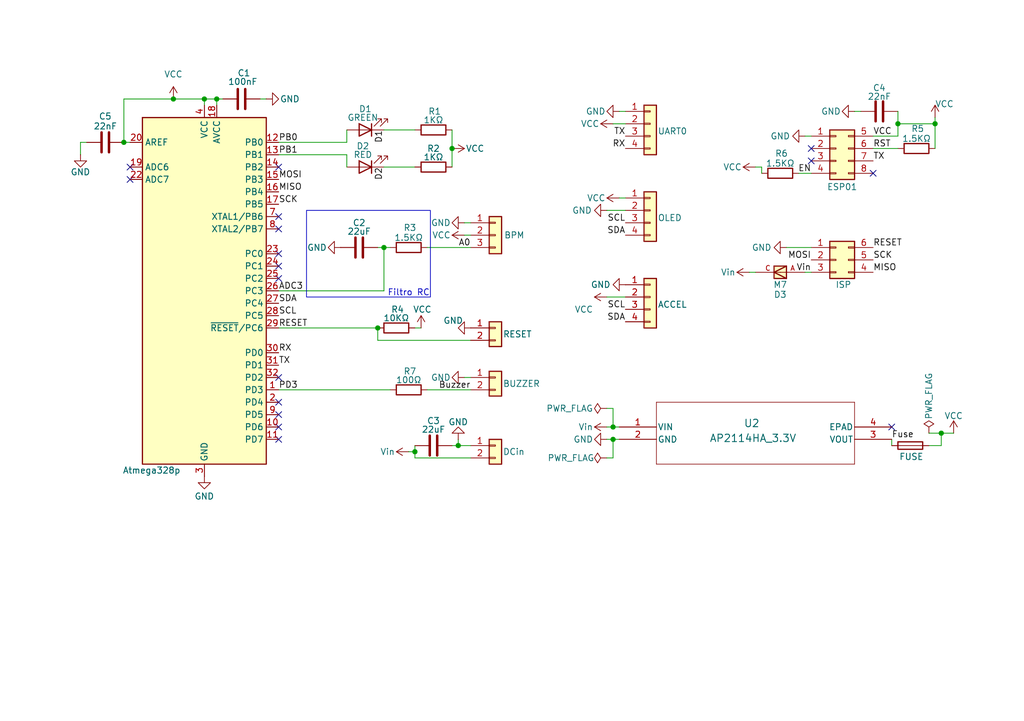
<source format=kicad_sch>
(kicad_sch
	(version 20231120)
	(generator "eeschema")
	(generator_version "8.0")
	(uuid "d95e8dec-e60e-4353-81f0-e0fb5b241251")
	(paper "A5")
	(title_block
		(title "Projeto PUFA")
		(date "2024-11-30")
		(rev "1.0")
		(comment 1 "1212048 - André Nogueira")
		(comment 2 "1221709 - Sérgio Isidoro")
	)
	(lib_symbols
		(symbol "AP2114HA-3.3TRG1:AP2114HA-3.3TRG1"
			(pin_names
				(offset 0.254)
			)
			(exclude_from_sim no)
			(in_bom yes)
			(on_board yes)
			(property "Reference" "U"
				(at 27.94 10.16 0)
				(effects
					(font
						(size 1.524 1.524)
					)
				)
			)
			(property "Value" "AP2114HA-3.3TRG1"
				(at 27.94 7.62 0)
				(effects
					(font
						(size 1.524 1.524)
					)
				)
			)
			(property "Footprint" "SOT-223_DIO"
				(at 0 0 0)
				(effects
					(font
						(size 1.27 1.27)
						(italic yes)
					)
					(hide yes)
				)
			)
			(property "Datasheet" "AP2114HA-3.3TRG1"
				(at 0 0 0)
				(effects
					(font
						(size 1.27 1.27)
						(italic yes)
					)
					(hide yes)
				)
			)
			(property "Description" ""
				(at 0 0 0)
				(effects
					(font
						(size 1.27 1.27)
					)
					(hide yes)
				)
			)
			(property "ki_locked" ""
				(at 0 0 0)
				(effects
					(font
						(size 1.27 1.27)
					)
				)
			)
			(property "ki_keywords" "AP2114HA-3.3TRG1"
				(at 0 0 0)
				(effects
					(font
						(size 1.27 1.27)
					)
					(hide yes)
				)
			)
			(property "ki_fp_filters" "SOT-223_DIO SOT-223_DIO-M SOT-223_DIO-L"
				(at 0 0 0)
				(effects
					(font
						(size 1.27 1.27)
					)
					(hide yes)
				)
			)
			(symbol "AP2114HA-3.3TRG1_0_1"
				(polyline
					(pts
						(xy 7.62 -7.62) (xy 48.26 -7.62)
					)
					(stroke
						(width 0.127)
						(type default)
					)
					(fill
						(type none)
					)
				)
				(polyline
					(pts
						(xy 7.62 5.08) (xy 7.62 -7.62)
					)
					(stroke
						(width 0.127)
						(type default)
					)
					(fill
						(type none)
					)
				)
				(polyline
					(pts
						(xy 48.26 -7.62) (xy 48.26 5.08)
					)
					(stroke
						(width 0.127)
						(type default)
					)
					(fill
						(type none)
					)
				)
				(polyline
					(pts
						(xy 48.26 5.08) (xy 7.62 5.08)
					)
					(stroke
						(width 0.127)
						(type default)
					)
					(fill
						(type none)
					)
				)
				(pin input line
					(at 0 0 0)
					(length 7.62)
					(name "VIN"
						(effects
							(font
								(size 1.27 1.27)
							)
						)
					)
					(number "1"
						(effects
							(font
								(size 1.27 1.27)
							)
						)
					)
				)
				(pin power_in line
					(at 0 -2.54 0)
					(length 7.62)
					(name "GND"
						(effects
							(font
								(size 1.27 1.27)
							)
						)
					)
					(number "2"
						(effects
							(font
								(size 1.27 1.27)
							)
						)
					)
				)
				(pin output line
					(at 55.88 -2.54 180)
					(length 7.62)
					(name "VOUT"
						(effects
							(font
								(size 1.27 1.27)
							)
						)
					)
					(number "3"
						(effects
							(font
								(size 1.27 1.27)
							)
						)
					)
				)
				(pin unspecified line
					(at 55.88 0 180)
					(length 7.62)
					(name "EPAD"
						(effects
							(font
								(size 1.27 1.27)
							)
						)
					)
					(number "4"
						(effects
							(font
								(size 1.27 1.27)
							)
						)
					)
				)
			)
		)
		(symbol "Connector_Generic:Conn_01x02"
			(pin_names
				(offset 1.016) hide)
			(exclude_from_sim no)
			(in_bom yes)
			(on_board yes)
			(property "Reference" "J"
				(at 0 2.54 0)
				(effects
					(font
						(size 1.27 1.27)
					)
				)
			)
			(property "Value" "Conn_01x02"
				(at 0 -5.08 0)
				(effects
					(font
						(size 1.27 1.27)
					)
				)
			)
			(property "Footprint" ""
				(at 0 0 0)
				(effects
					(font
						(size 1.27 1.27)
					)
					(hide yes)
				)
			)
			(property "Datasheet" "~"
				(at 0 0 0)
				(effects
					(font
						(size 1.27 1.27)
					)
					(hide yes)
				)
			)
			(property "Description" "Generic connector, single row, 01x02, script generated (kicad-library-utils/schlib/autogen/connector/)"
				(at 0 0 0)
				(effects
					(font
						(size 1.27 1.27)
					)
					(hide yes)
				)
			)
			(property "ki_keywords" "connector"
				(at 0 0 0)
				(effects
					(font
						(size 1.27 1.27)
					)
					(hide yes)
				)
			)
			(property "ki_fp_filters" "Connector*:*_1x??_*"
				(at 0 0 0)
				(effects
					(font
						(size 1.27 1.27)
					)
					(hide yes)
				)
			)
			(symbol "Conn_01x02_1_1"
				(rectangle
					(start -1.27 -2.413)
					(end 0 -2.667)
					(stroke
						(width 0.1524)
						(type default)
					)
					(fill
						(type none)
					)
				)
				(rectangle
					(start -1.27 0.127)
					(end 0 -0.127)
					(stroke
						(width 0.1524)
						(type default)
					)
					(fill
						(type none)
					)
				)
				(rectangle
					(start -1.27 1.27)
					(end 1.27 -3.81)
					(stroke
						(width 0.254)
						(type default)
					)
					(fill
						(type background)
					)
				)
				(pin passive line
					(at -5.08 0 0)
					(length 3.81)
					(name "Pin_1"
						(effects
							(font
								(size 1.27 1.27)
							)
						)
					)
					(number "1"
						(effects
							(font
								(size 1.27 1.27)
							)
						)
					)
				)
				(pin passive line
					(at -5.08 -2.54 0)
					(length 3.81)
					(name "Pin_2"
						(effects
							(font
								(size 1.27 1.27)
							)
						)
					)
					(number "2"
						(effects
							(font
								(size 1.27 1.27)
							)
						)
					)
				)
			)
		)
		(symbol "Connector_Generic:Conn_01x03"
			(pin_names
				(offset 1.016) hide)
			(exclude_from_sim no)
			(in_bom yes)
			(on_board yes)
			(property "Reference" "J"
				(at 0 5.08 0)
				(effects
					(font
						(size 1.27 1.27)
					)
				)
			)
			(property "Value" "Conn_01x03"
				(at 0 -5.08 0)
				(effects
					(font
						(size 1.27 1.27)
					)
				)
			)
			(property "Footprint" ""
				(at 0 0 0)
				(effects
					(font
						(size 1.27 1.27)
					)
					(hide yes)
				)
			)
			(property "Datasheet" "~"
				(at 0 0 0)
				(effects
					(font
						(size 1.27 1.27)
					)
					(hide yes)
				)
			)
			(property "Description" "Generic connector, single row, 01x03, script generated (kicad-library-utils/schlib/autogen/connector/)"
				(at 0 0 0)
				(effects
					(font
						(size 1.27 1.27)
					)
					(hide yes)
				)
			)
			(property "ki_keywords" "connector"
				(at 0 0 0)
				(effects
					(font
						(size 1.27 1.27)
					)
					(hide yes)
				)
			)
			(property "ki_fp_filters" "Connector*:*_1x??_*"
				(at 0 0 0)
				(effects
					(font
						(size 1.27 1.27)
					)
					(hide yes)
				)
			)
			(symbol "Conn_01x03_1_1"
				(rectangle
					(start -1.27 -2.413)
					(end 0 -2.667)
					(stroke
						(width 0.1524)
						(type default)
					)
					(fill
						(type none)
					)
				)
				(rectangle
					(start -1.27 0.127)
					(end 0 -0.127)
					(stroke
						(width 0.1524)
						(type default)
					)
					(fill
						(type none)
					)
				)
				(rectangle
					(start -1.27 2.667)
					(end 0 2.413)
					(stroke
						(width 0.1524)
						(type default)
					)
					(fill
						(type none)
					)
				)
				(rectangle
					(start -1.27 3.81)
					(end 1.27 -3.81)
					(stroke
						(width 0.254)
						(type default)
					)
					(fill
						(type background)
					)
				)
				(pin passive line
					(at -5.08 2.54 0)
					(length 3.81)
					(name "Pin_1"
						(effects
							(font
								(size 1.27 1.27)
							)
						)
					)
					(number "1"
						(effects
							(font
								(size 1.27 1.27)
							)
						)
					)
				)
				(pin passive line
					(at -5.08 0 0)
					(length 3.81)
					(name "Pin_2"
						(effects
							(font
								(size 1.27 1.27)
							)
						)
					)
					(number "2"
						(effects
							(font
								(size 1.27 1.27)
							)
						)
					)
				)
				(pin passive line
					(at -5.08 -2.54 0)
					(length 3.81)
					(name "Pin_3"
						(effects
							(font
								(size 1.27 1.27)
							)
						)
					)
					(number "3"
						(effects
							(font
								(size 1.27 1.27)
							)
						)
					)
				)
			)
		)
		(symbol "Connector_Generic:Conn_01x04"
			(pin_names
				(offset 1.016) hide)
			(exclude_from_sim no)
			(in_bom yes)
			(on_board yes)
			(property "Reference" "J"
				(at 0 5.08 0)
				(effects
					(font
						(size 1.27 1.27)
					)
				)
			)
			(property "Value" "Conn_01x04"
				(at 0 -7.62 0)
				(effects
					(font
						(size 1.27 1.27)
					)
				)
			)
			(property "Footprint" ""
				(at 0 0 0)
				(effects
					(font
						(size 1.27 1.27)
					)
					(hide yes)
				)
			)
			(property "Datasheet" "~"
				(at 0 0 0)
				(effects
					(font
						(size 1.27 1.27)
					)
					(hide yes)
				)
			)
			(property "Description" "Generic connector, single row, 01x04, script generated (kicad-library-utils/schlib/autogen/connector/)"
				(at 0 0 0)
				(effects
					(font
						(size 1.27 1.27)
					)
					(hide yes)
				)
			)
			(property "ki_keywords" "connector"
				(at 0 0 0)
				(effects
					(font
						(size 1.27 1.27)
					)
					(hide yes)
				)
			)
			(property "ki_fp_filters" "Connector*:*_1x??_*"
				(at 0 0 0)
				(effects
					(font
						(size 1.27 1.27)
					)
					(hide yes)
				)
			)
			(symbol "Conn_01x04_1_1"
				(rectangle
					(start -1.27 -4.953)
					(end 0 -5.207)
					(stroke
						(width 0.1524)
						(type default)
					)
					(fill
						(type none)
					)
				)
				(rectangle
					(start -1.27 -2.413)
					(end 0 -2.667)
					(stroke
						(width 0.1524)
						(type default)
					)
					(fill
						(type none)
					)
				)
				(rectangle
					(start -1.27 0.127)
					(end 0 -0.127)
					(stroke
						(width 0.1524)
						(type default)
					)
					(fill
						(type none)
					)
				)
				(rectangle
					(start -1.27 2.667)
					(end 0 2.413)
					(stroke
						(width 0.1524)
						(type default)
					)
					(fill
						(type none)
					)
				)
				(rectangle
					(start -1.27 3.81)
					(end 1.27 -6.35)
					(stroke
						(width 0.254)
						(type default)
					)
					(fill
						(type background)
					)
				)
				(pin passive line
					(at -5.08 2.54 0)
					(length 3.81)
					(name "Pin_1"
						(effects
							(font
								(size 1.27 1.27)
							)
						)
					)
					(number "1"
						(effects
							(font
								(size 1.27 1.27)
							)
						)
					)
				)
				(pin passive line
					(at -5.08 0 0)
					(length 3.81)
					(name "Pin_2"
						(effects
							(font
								(size 1.27 1.27)
							)
						)
					)
					(number "2"
						(effects
							(font
								(size 1.27 1.27)
							)
						)
					)
				)
				(pin passive line
					(at -5.08 -2.54 0)
					(length 3.81)
					(name "Pin_3"
						(effects
							(font
								(size 1.27 1.27)
							)
						)
					)
					(number "3"
						(effects
							(font
								(size 1.27 1.27)
							)
						)
					)
				)
				(pin passive line
					(at -5.08 -5.08 0)
					(length 3.81)
					(name "Pin_4"
						(effects
							(font
								(size 1.27 1.27)
							)
						)
					)
					(number "4"
						(effects
							(font
								(size 1.27 1.27)
							)
						)
					)
				)
			)
		)
		(symbol "Connector_Generic:Conn_02x03_Counter_Clockwise"
			(pin_names
				(offset 1.016) hide)
			(exclude_from_sim no)
			(in_bom yes)
			(on_board yes)
			(property "Reference" "J"
				(at 1.27 5.08 0)
				(effects
					(font
						(size 1.27 1.27)
					)
				)
			)
			(property "Value" "Conn_02x03_Counter_Clockwise"
				(at 1.27 -5.08 0)
				(effects
					(font
						(size 1.27 1.27)
					)
				)
			)
			(property "Footprint" ""
				(at 0 0 0)
				(effects
					(font
						(size 1.27 1.27)
					)
					(hide yes)
				)
			)
			(property "Datasheet" "~"
				(at 0 0 0)
				(effects
					(font
						(size 1.27 1.27)
					)
					(hide yes)
				)
			)
			(property "Description" "Generic connector, double row, 02x03, counter clockwise pin numbering scheme (similar to DIP package numbering), script generated (kicad-library-utils/schlib/autogen/connector/)"
				(at 0 0 0)
				(effects
					(font
						(size 1.27 1.27)
					)
					(hide yes)
				)
			)
			(property "ki_keywords" "connector"
				(at 0 0 0)
				(effects
					(font
						(size 1.27 1.27)
					)
					(hide yes)
				)
			)
			(property "ki_fp_filters" "Connector*:*_2x??_*"
				(at 0 0 0)
				(effects
					(font
						(size 1.27 1.27)
					)
					(hide yes)
				)
			)
			(symbol "Conn_02x03_Counter_Clockwise_1_1"
				(rectangle
					(start -1.27 -2.413)
					(end 0 -2.667)
					(stroke
						(width 0.1524)
						(type default)
					)
					(fill
						(type none)
					)
				)
				(rectangle
					(start -1.27 0.127)
					(end 0 -0.127)
					(stroke
						(width 0.1524)
						(type default)
					)
					(fill
						(type none)
					)
				)
				(rectangle
					(start -1.27 2.667)
					(end 0 2.413)
					(stroke
						(width 0.1524)
						(type default)
					)
					(fill
						(type none)
					)
				)
				(rectangle
					(start -1.27 3.81)
					(end 3.81 -3.81)
					(stroke
						(width 0.254)
						(type default)
					)
					(fill
						(type background)
					)
				)
				(rectangle
					(start 3.81 -2.413)
					(end 2.54 -2.667)
					(stroke
						(width 0.1524)
						(type default)
					)
					(fill
						(type none)
					)
				)
				(rectangle
					(start 3.81 0.127)
					(end 2.54 -0.127)
					(stroke
						(width 0.1524)
						(type default)
					)
					(fill
						(type none)
					)
				)
				(rectangle
					(start 3.81 2.667)
					(end 2.54 2.413)
					(stroke
						(width 0.1524)
						(type default)
					)
					(fill
						(type none)
					)
				)
				(pin passive line
					(at -5.08 2.54 0)
					(length 3.81)
					(name "Pin_1"
						(effects
							(font
								(size 1.27 1.27)
							)
						)
					)
					(number "1"
						(effects
							(font
								(size 1.27 1.27)
							)
						)
					)
				)
				(pin passive line
					(at -5.08 0 0)
					(length 3.81)
					(name "Pin_2"
						(effects
							(font
								(size 1.27 1.27)
							)
						)
					)
					(number "2"
						(effects
							(font
								(size 1.27 1.27)
							)
						)
					)
				)
				(pin passive line
					(at -5.08 -2.54 0)
					(length 3.81)
					(name "Pin_3"
						(effects
							(font
								(size 1.27 1.27)
							)
						)
					)
					(number "3"
						(effects
							(font
								(size 1.27 1.27)
							)
						)
					)
				)
				(pin passive line
					(at 7.62 -2.54 180)
					(length 3.81)
					(name "Pin_4"
						(effects
							(font
								(size 1.27 1.27)
							)
						)
					)
					(number "4"
						(effects
							(font
								(size 1.27 1.27)
							)
						)
					)
				)
				(pin passive line
					(at 7.62 0 180)
					(length 3.81)
					(name "Pin_5"
						(effects
							(font
								(size 1.27 1.27)
							)
						)
					)
					(number "5"
						(effects
							(font
								(size 1.27 1.27)
							)
						)
					)
				)
				(pin passive line
					(at 7.62 2.54 180)
					(length 3.81)
					(name "Pin_6"
						(effects
							(font
								(size 1.27 1.27)
							)
						)
					)
					(number "6"
						(effects
							(font
								(size 1.27 1.27)
							)
						)
					)
				)
			)
		)
		(symbol "Connector_Generic:Conn_02x04_Top_Bottom"
			(pin_names
				(offset 1.016) hide)
			(exclude_from_sim no)
			(in_bom yes)
			(on_board yes)
			(property "Reference" "J"
				(at 1.27 5.08 0)
				(effects
					(font
						(size 1.27 1.27)
					)
				)
			)
			(property "Value" "Conn_02x04_Top_Bottom"
				(at 1.27 -7.62 0)
				(effects
					(font
						(size 1.27 1.27)
					)
				)
			)
			(property "Footprint" ""
				(at 0 0 0)
				(effects
					(font
						(size 1.27 1.27)
					)
					(hide yes)
				)
			)
			(property "Datasheet" "~"
				(at 0 0 0)
				(effects
					(font
						(size 1.27 1.27)
					)
					(hide yes)
				)
			)
			(property "Description" "Generic connector, double row, 02x04, top/bottom pin numbering scheme (row 1: 1...pins_per_row, row2: pins_per_row+1 ... num_pins), script generated (kicad-library-utils/schlib/autogen/connector/)"
				(at 0 0 0)
				(effects
					(font
						(size 1.27 1.27)
					)
					(hide yes)
				)
			)
			(property "ki_keywords" "connector"
				(at 0 0 0)
				(effects
					(font
						(size 1.27 1.27)
					)
					(hide yes)
				)
			)
			(property "ki_fp_filters" "Connector*:*_2x??_*"
				(at 0 0 0)
				(effects
					(font
						(size 1.27 1.27)
					)
					(hide yes)
				)
			)
			(symbol "Conn_02x04_Top_Bottom_1_1"
				(rectangle
					(start -1.27 -4.953)
					(end 0 -5.207)
					(stroke
						(width 0.1524)
						(type default)
					)
					(fill
						(type none)
					)
				)
				(rectangle
					(start -1.27 -2.413)
					(end 0 -2.667)
					(stroke
						(width 0.1524)
						(type default)
					)
					(fill
						(type none)
					)
				)
				(rectangle
					(start -1.27 0.127)
					(end 0 -0.127)
					(stroke
						(width 0.1524)
						(type default)
					)
					(fill
						(type none)
					)
				)
				(rectangle
					(start -1.27 2.667)
					(end 0 2.413)
					(stroke
						(width 0.1524)
						(type default)
					)
					(fill
						(type none)
					)
				)
				(rectangle
					(start -1.27 3.81)
					(end 3.81 -6.35)
					(stroke
						(width 0.254)
						(type default)
					)
					(fill
						(type background)
					)
				)
				(rectangle
					(start 3.81 -4.953)
					(end 2.54 -5.207)
					(stroke
						(width 0.1524)
						(type default)
					)
					(fill
						(type none)
					)
				)
				(rectangle
					(start 3.81 -2.413)
					(end 2.54 -2.667)
					(stroke
						(width 0.1524)
						(type default)
					)
					(fill
						(type none)
					)
				)
				(rectangle
					(start 3.81 0.127)
					(end 2.54 -0.127)
					(stroke
						(width 0.1524)
						(type default)
					)
					(fill
						(type none)
					)
				)
				(rectangle
					(start 3.81 2.667)
					(end 2.54 2.413)
					(stroke
						(width 0.1524)
						(type default)
					)
					(fill
						(type none)
					)
				)
				(pin passive line
					(at -5.08 2.54 0)
					(length 3.81)
					(name "Pin_1"
						(effects
							(font
								(size 1.27 1.27)
							)
						)
					)
					(number "1"
						(effects
							(font
								(size 1.27 1.27)
							)
						)
					)
				)
				(pin passive line
					(at -5.08 0 0)
					(length 3.81)
					(name "Pin_2"
						(effects
							(font
								(size 1.27 1.27)
							)
						)
					)
					(number "2"
						(effects
							(font
								(size 1.27 1.27)
							)
						)
					)
				)
				(pin passive line
					(at -5.08 -2.54 0)
					(length 3.81)
					(name "Pin_3"
						(effects
							(font
								(size 1.27 1.27)
							)
						)
					)
					(number "3"
						(effects
							(font
								(size 1.27 1.27)
							)
						)
					)
				)
				(pin passive line
					(at -5.08 -5.08 0)
					(length 3.81)
					(name "Pin_4"
						(effects
							(font
								(size 1.27 1.27)
							)
						)
					)
					(number "4"
						(effects
							(font
								(size 1.27 1.27)
							)
						)
					)
				)
				(pin passive line
					(at 7.62 2.54 180)
					(length 3.81)
					(name "Pin_5"
						(effects
							(font
								(size 1.27 1.27)
							)
						)
					)
					(number "5"
						(effects
							(font
								(size 1.27 1.27)
							)
						)
					)
				)
				(pin passive line
					(at 7.62 0 180)
					(length 3.81)
					(name "Pin_6"
						(effects
							(font
								(size 1.27 1.27)
							)
						)
					)
					(number "6"
						(effects
							(font
								(size 1.27 1.27)
							)
						)
					)
				)
				(pin passive line
					(at 7.62 -2.54 180)
					(length 3.81)
					(name "Pin_7"
						(effects
							(font
								(size 1.27 1.27)
							)
						)
					)
					(number "7"
						(effects
							(font
								(size 1.27 1.27)
							)
						)
					)
				)
				(pin passive line
					(at 7.62 -5.08 180)
					(length 3.81)
					(name "Pin_8"
						(effects
							(font
								(size 1.27 1.27)
							)
						)
					)
					(number "8"
						(effects
							(font
								(size 1.27 1.27)
							)
						)
					)
				)
			)
		)
		(symbol "Device:C"
			(pin_numbers hide)
			(pin_names
				(offset 0.254)
			)
			(exclude_from_sim no)
			(in_bom yes)
			(on_board yes)
			(property "Reference" "C"
				(at 0.635 2.54 0)
				(effects
					(font
						(size 1.27 1.27)
					)
					(justify left)
				)
			)
			(property "Value" "C"
				(at 0.635 -2.54 0)
				(effects
					(font
						(size 1.27 1.27)
					)
					(justify left)
				)
			)
			(property "Footprint" ""
				(at 0.9652 -3.81 0)
				(effects
					(font
						(size 1.27 1.27)
					)
					(hide yes)
				)
			)
			(property "Datasheet" "~"
				(at 0 0 0)
				(effects
					(font
						(size 1.27 1.27)
					)
					(hide yes)
				)
			)
			(property "Description" "Unpolarized capacitor"
				(at 0 0 0)
				(effects
					(font
						(size 1.27 1.27)
					)
					(hide yes)
				)
			)
			(property "ki_keywords" "cap capacitor"
				(at 0 0 0)
				(effects
					(font
						(size 1.27 1.27)
					)
					(hide yes)
				)
			)
			(property "ki_fp_filters" "C_*"
				(at 0 0 0)
				(effects
					(font
						(size 1.27 1.27)
					)
					(hide yes)
				)
			)
			(symbol "C_0_1"
				(polyline
					(pts
						(xy -2.032 -0.762) (xy 2.032 -0.762)
					)
					(stroke
						(width 0.508)
						(type default)
					)
					(fill
						(type none)
					)
				)
				(polyline
					(pts
						(xy -2.032 0.762) (xy 2.032 0.762)
					)
					(stroke
						(width 0.508)
						(type default)
					)
					(fill
						(type none)
					)
				)
			)
			(symbol "C_1_1"
				(pin passive line
					(at 0 3.81 270)
					(length 2.794)
					(name "~"
						(effects
							(font
								(size 1.27 1.27)
							)
						)
					)
					(number "1"
						(effects
							(font
								(size 1.27 1.27)
							)
						)
					)
				)
				(pin passive line
					(at 0 -3.81 90)
					(length 2.794)
					(name "~"
						(effects
							(font
								(size 1.27 1.27)
							)
						)
					)
					(number "2"
						(effects
							(font
								(size 1.27 1.27)
							)
						)
					)
				)
			)
		)
		(symbol "Device:Fuse"
			(pin_numbers hide)
			(pin_names
				(offset 0)
			)
			(exclude_from_sim no)
			(in_bom yes)
			(on_board yes)
			(property "Reference" "F"
				(at 2.032 0 90)
				(effects
					(font
						(size 1.27 1.27)
					)
				)
			)
			(property "Value" "Fuse"
				(at -1.905 0 90)
				(effects
					(font
						(size 1.27 1.27)
					)
				)
			)
			(property "Footprint" ""
				(at -1.778 0 90)
				(effects
					(font
						(size 1.27 1.27)
					)
					(hide yes)
				)
			)
			(property "Datasheet" "~"
				(at 0 0 0)
				(effects
					(font
						(size 1.27 1.27)
					)
					(hide yes)
				)
			)
			(property "Description" "Fuse"
				(at 0 0 0)
				(effects
					(font
						(size 1.27 1.27)
					)
					(hide yes)
				)
			)
			(property "ki_keywords" "fuse"
				(at 0 0 0)
				(effects
					(font
						(size 1.27 1.27)
					)
					(hide yes)
				)
			)
			(property "ki_fp_filters" "*Fuse*"
				(at 0 0 0)
				(effects
					(font
						(size 1.27 1.27)
					)
					(hide yes)
				)
			)
			(symbol "Fuse_0_1"
				(rectangle
					(start -0.762 -2.54)
					(end 0.762 2.54)
					(stroke
						(width 0.254)
						(type default)
					)
					(fill
						(type none)
					)
				)
				(polyline
					(pts
						(xy 0 2.54) (xy 0 -2.54)
					)
					(stroke
						(width 0)
						(type default)
					)
					(fill
						(type none)
					)
				)
			)
			(symbol "Fuse_1_1"
				(pin passive line
					(at 0 3.81 270)
					(length 1.27)
					(name "~"
						(effects
							(font
								(size 1.27 1.27)
							)
						)
					)
					(number "1"
						(effects
							(font
								(size 1.27 1.27)
							)
						)
					)
				)
				(pin passive line
					(at 0 -3.81 90)
					(length 1.27)
					(name "~"
						(effects
							(font
								(size 1.27 1.27)
							)
						)
					)
					(number "2"
						(effects
							(font
								(size 1.27 1.27)
							)
						)
					)
				)
			)
		)
		(symbol "Device:LED"
			(pin_numbers hide)
			(pin_names
				(offset 1.016) hide)
			(exclude_from_sim no)
			(in_bom yes)
			(on_board yes)
			(property "Reference" "D"
				(at 0 2.54 0)
				(effects
					(font
						(size 1.27 1.27)
					)
				)
			)
			(property "Value" "LED"
				(at 0 -2.54 0)
				(effects
					(font
						(size 1.27 1.27)
					)
				)
			)
			(property "Footprint" ""
				(at 0 0 0)
				(effects
					(font
						(size 1.27 1.27)
					)
					(hide yes)
				)
			)
			(property "Datasheet" "~"
				(at 0 0 0)
				(effects
					(font
						(size 1.27 1.27)
					)
					(hide yes)
				)
			)
			(property "Description" "Light emitting diode"
				(at 0 0 0)
				(effects
					(font
						(size 1.27 1.27)
					)
					(hide yes)
				)
			)
			(property "ki_keywords" "LED diode"
				(at 0 0 0)
				(effects
					(font
						(size 1.27 1.27)
					)
					(hide yes)
				)
			)
			(property "ki_fp_filters" "LED* LED_SMD:* LED_THT:*"
				(at 0 0 0)
				(effects
					(font
						(size 1.27 1.27)
					)
					(hide yes)
				)
			)
			(symbol "LED_0_1"
				(polyline
					(pts
						(xy -1.27 -1.27) (xy -1.27 1.27)
					)
					(stroke
						(width 0.254)
						(type default)
					)
					(fill
						(type none)
					)
				)
				(polyline
					(pts
						(xy -1.27 0) (xy 1.27 0)
					)
					(stroke
						(width 0)
						(type default)
					)
					(fill
						(type none)
					)
				)
				(polyline
					(pts
						(xy 1.27 -1.27) (xy 1.27 1.27) (xy -1.27 0) (xy 1.27 -1.27)
					)
					(stroke
						(width 0.254)
						(type default)
					)
					(fill
						(type none)
					)
				)
				(polyline
					(pts
						(xy -3.048 -0.762) (xy -4.572 -2.286) (xy -3.81 -2.286) (xy -4.572 -2.286) (xy -4.572 -1.524)
					)
					(stroke
						(width 0)
						(type default)
					)
					(fill
						(type none)
					)
				)
				(polyline
					(pts
						(xy -1.778 -0.762) (xy -3.302 -2.286) (xy -2.54 -2.286) (xy -3.302 -2.286) (xy -3.302 -1.524)
					)
					(stroke
						(width 0)
						(type default)
					)
					(fill
						(type none)
					)
				)
			)
			(symbol "LED_1_1"
				(pin passive line
					(at -3.81 0 0)
					(length 2.54)
					(name "K"
						(effects
							(font
								(size 1.27 1.27)
							)
						)
					)
					(number "1"
						(effects
							(font
								(size 1.27 1.27)
							)
						)
					)
				)
				(pin passive line
					(at 3.81 0 180)
					(length 2.54)
					(name "A"
						(effects
							(font
								(size 1.27 1.27)
							)
						)
					)
					(number "2"
						(effects
							(font
								(size 1.27 1.27)
							)
						)
					)
				)
			)
		)
		(symbol "Device:R"
			(pin_numbers hide)
			(pin_names
				(offset 0)
			)
			(exclude_from_sim no)
			(in_bom yes)
			(on_board yes)
			(property "Reference" "R"
				(at 2.032 0 90)
				(effects
					(font
						(size 1.27 1.27)
					)
				)
			)
			(property "Value" "R"
				(at 0 0 90)
				(effects
					(font
						(size 1.27 1.27)
					)
				)
			)
			(property "Footprint" ""
				(at -1.778 0 90)
				(effects
					(font
						(size 1.27 1.27)
					)
					(hide yes)
				)
			)
			(property "Datasheet" "~"
				(at 0 0 0)
				(effects
					(font
						(size 1.27 1.27)
					)
					(hide yes)
				)
			)
			(property "Description" "Resistor"
				(at 0 0 0)
				(effects
					(font
						(size 1.27 1.27)
					)
					(hide yes)
				)
			)
			(property "ki_keywords" "R res resistor"
				(at 0 0 0)
				(effects
					(font
						(size 1.27 1.27)
					)
					(hide yes)
				)
			)
			(property "ki_fp_filters" "R_*"
				(at 0 0 0)
				(effects
					(font
						(size 1.27 1.27)
					)
					(hide yes)
				)
			)
			(symbol "R_0_1"
				(rectangle
					(start -1.016 -2.54)
					(end 1.016 2.54)
					(stroke
						(width 0.254)
						(type default)
					)
					(fill
						(type none)
					)
				)
			)
			(symbol "R_1_1"
				(pin passive line
					(at 0 3.81 270)
					(length 1.27)
					(name "~"
						(effects
							(font
								(size 1.27 1.27)
							)
						)
					)
					(number "1"
						(effects
							(font
								(size 1.27 1.27)
							)
						)
					)
				)
				(pin passive line
					(at 0 -3.81 90)
					(length 1.27)
					(name "~"
						(effects
							(font
								(size 1.27 1.27)
							)
						)
					)
					(number "2"
						(effects
							(font
								(size 1.27 1.27)
							)
						)
					)
				)
			)
		)
		(symbol "Diode M7:M7"
			(pin_names
				(offset 1.016)
			)
			(exclude_from_sim no)
			(in_bom yes)
			(on_board yes)
			(property "Reference" "D"
				(at -4.5752 2.5418 0)
				(effects
					(font
						(size 1.27 1.27)
					)
					(justify left bottom)
				)
			)
			(property "Value" "M7"
				(at -4.5757 -4.0672 0)
				(effects
					(font
						(size 1.27 1.27)
					)
					(justify left bottom)
				)
			)
			(property "Footprint" "M7:DIOM505270X240"
				(at 0 0 0)
				(effects
					(font
						(size 1.27 1.27)
					)
					(justify bottom)
					(hide yes)
				)
			)
			(property "Datasheet" ""
				(at 0 0 0)
				(effects
					(font
						(size 1.27 1.27)
					)
					(hide yes)
				)
			)
			(property "Description" ""
				(at 0 0 0)
				(effects
					(font
						(size 1.27 1.27)
					)
					(hide yes)
				)
			)
			(property "SNAPEDA_PACKAGE_ID" "7518"
				(at 0 0 0)
				(effects
					(font
						(size 1.27 1.27)
					)
					(justify bottom)
					(hide yes)
				)
			)
			(property "PACKAGE" "DO-214"
				(at 0 0 0)
				(effects
					(font
						(size 1.27 1.27)
					)
					(justify bottom)
					(hide yes)
				)
			)
			(property "MPN" "M7"
				(at 0 0 0)
				(effects
					(font
						(size 1.27 1.27)
					)
					(justify bottom)
					(hide yes)
				)
			)
			(property "PRICE" "--"
				(at 0 0 0)
				(effects
					(font
						(size 1.27 1.27)
					)
					(justify bottom)
					(hide yes)
				)
			)
			(property "STANDARD" "IPC-7351B"
				(at 0 0 0)
				(effects
					(font
						(size 1.27 1.27)
					)
					(justify bottom)
					(hide yes)
				)
			)
			(property "PARTREV" "NA"
				(at 0 0 0)
				(effects
					(font
						(size 1.27 1.27)
					)
					(justify bottom)
					(hide yes)
				)
			)
			(property "AVAILABILITY" "Not in stock"
				(at 0 0 0)
				(effects
					(font
						(size 1.27 1.27)
					)
					(justify bottom)
					(hide yes)
				)
			)
			(property "MANUFACTURER" "DIODES"
				(at 0 0 0)
				(effects
					(font
						(size 1.27 1.27)
					)
					(justify bottom)
					(hide yes)
				)
			)
			(symbol "M7_0_0"
				(rectangle
					(start -1.27 -1.27)
					(end 1.27 1.27)
					(stroke
						(width 0.254)
						(type default)
					)
					(fill
						(type background)
					)
				)
				(polyline
					(pts
						(xy -1.27 -1.27) (xy 1.27 0)
					)
					(stroke
						(width 0.254)
						(type default)
					)
					(fill
						(type none)
					)
				)
				(polyline
					(pts
						(xy 1.27 0) (xy -1.27 1.27)
					)
					(stroke
						(width 0.254)
						(type default)
					)
					(fill
						(type none)
					)
				)
				(pin passive line
					(at -5.08 0 0)
					(length 5.08)
					(name "~"
						(effects
							(font
								(size 1.016 1.016)
							)
						)
					)
					(number "A"
						(effects
							(font
								(size 1.016 1.016)
							)
						)
					)
				)
				(pin passive line
					(at 5.08 0 180)
					(length 5.08)
					(name "~"
						(effects
							(font
								(size 1.016 1.016)
							)
						)
					)
					(number "C"
						(effects
							(font
								(size 1.016 1.016)
							)
						)
					)
				)
			)
		)
		(symbol "MCU_Microchip_ATmega:ATmega328P-A"
			(exclude_from_sim no)
			(in_bom yes)
			(on_board yes)
			(property "Reference" "U"
				(at -12.7 36.83 0)
				(effects
					(font
						(size 1.27 1.27)
					)
					(justify left bottom)
				)
			)
			(property "Value" "ATmega328P-A"
				(at 2.54 -36.83 0)
				(effects
					(font
						(size 1.27 1.27)
					)
					(justify left top)
				)
			)
			(property "Footprint" "Package_QFP:TQFP-32_7x7mm_P0.8mm"
				(at 0 0 0)
				(effects
					(font
						(size 1.27 1.27)
						(italic yes)
					)
					(hide yes)
				)
			)
			(property "Datasheet" "http://ww1.microchip.com/downloads/en/DeviceDoc/ATmega328_P%20AVR%20MCU%20with%20picoPower%20Technology%20Data%20Sheet%2040001984A.pdf"
				(at 0 0 0)
				(effects
					(font
						(size 1.27 1.27)
					)
					(hide yes)
				)
			)
			(property "Description" "20MHz, 32kB Flash, 2kB SRAM, 1kB EEPROM, TQFP-32"
				(at 0 0 0)
				(effects
					(font
						(size 1.27 1.27)
					)
					(hide yes)
				)
			)
			(property "ki_keywords" "AVR 8bit Microcontroller MegaAVR PicoPower"
				(at 0 0 0)
				(effects
					(font
						(size 1.27 1.27)
					)
					(hide yes)
				)
			)
			(property "ki_fp_filters" "TQFP*7x7mm*P0.8mm*"
				(at 0 0 0)
				(effects
					(font
						(size 1.27 1.27)
					)
					(hide yes)
				)
			)
			(symbol "ATmega328P-A_0_1"
				(rectangle
					(start -12.7 -35.56)
					(end 12.7 35.56)
					(stroke
						(width 0.254)
						(type default)
					)
					(fill
						(type background)
					)
				)
			)
			(symbol "ATmega328P-A_1_1"
				(pin bidirectional line
					(at 15.24 -20.32 180)
					(length 2.54)
					(name "PD3"
						(effects
							(font
								(size 1.27 1.27)
							)
						)
					)
					(number "1"
						(effects
							(font
								(size 1.27 1.27)
							)
						)
					)
				)
				(pin bidirectional line
					(at 15.24 -27.94 180)
					(length 2.54)
					(name "PD6"
						(effects
							(font
								(size 1.27 1.27)
							)
						)
					)
					(number "10"
						(effects
							(font
								(size 1.27 1.27)
							)
						)
					)
				)
				(pin bidirectional line
					(at 15.24 -30.48 180)
					(length 2.54)
					(name "PD7"
						(effects
							(font
								(size 1.27 1.27)
							)
						)
					)
					(number "11"
						(effects
							(font
								(size 1.27 1.27)
							)
						)
					)
				)
				(pin bidirectional line
					(at 15.24 30.48 180)
					(length 2.54)
					(name "PB0"
						(effects
							(font
								(size 1.27 1.27)
							)
						)
					)
					(number "12"
						(effects
							(font
								(size 1.27 1.27)
							)
						)
					)
				)
				(pin bidirectional line
					(at 15.24 27.94 180)
					(length 2.54)
					(name "PB1"
						(effects
							(font
								(size 1.27 1.27)
							)
						)
					)
					(number "13"
						(effects
							(font
								(size 1.27 1.27)
							)
						)
					)
				)
				(pin bidirectional line
					(at 15.24 25.4 180)
					(length 2.54)
					(name "PB2"
						(effects
							(font
								(size 1.27 1.27)
							)
						)
					)
					(number "14"
						(effects
							(font
								(size 1.27 1.27)
							)
						)
					)
				)
				(pin bidirectional line
					(at 15.24 22.86 180)
					(length 2.54)
					(name "PB3"
						(effects
							(font
								(size 1.27 1.27)
							)
						)
					)
					(number "15"
						(effects
							(font
								(size 1.27 1.27)
							)
						)
					)
				)
				(pin bidirectional line
					(at 15.24 20.32 180)
					(length 2.54)
					(name "PB4"
						(effects
							(font
								(size 1.27 1.27)
							)
						)
					)
					(number "16"
						(effects
							(font
								(size 1.27 1.27)
							)
						)
					)
				)
				(pin bidirectional line
					(at 15.24 17.78 180)
					(length 2.54)
					(name "PB5"
						(effects
							(font
								(size 1.27 1.27)
							)
						)
					)
					(number "17"
						(effects
							(font
								(size 1.27 1.27)
							)
						)
					)
				)
				(pin power_in line
					(at 2.54 38.1 270)
					(length 2.54)
					(name "AVCC"
						(effects
							(font
								(size 1.27 1.27)
							)
						)
					)
					(number "18"
						(effects
							(font
								(size 1.27 1.27)
							)
						)
					)
				)
				(pin input line
					(at -15.24 25.4 0)
					(length 2.54)
					(name "ADC6"
						(effects
							(font
								(size 1.27 1.27)
							)
						)
					)
					(number "19"
						(effects
							(font
								(size 1.27 1.27)
							)
						)
					)
				)
				(pin bidirectional line
					(at 15.24 -22.86 180)
					(length 2.54)
					(name "PD4"
						(effects
							(font
								(size 1.27 1.27)
							)
						)
					)
					(number "2"
						(effects
							(font
								(size 1.27 1.27)
							)
						)
					)
				)
				(pin passive line
					(at -15.24 30.48 0)
					(length 2.54)
					(name "AREF"
						(effects
							(font
								(size 1.27 1.27)
							)
						)
					)
					(number "20"
						(effects
							(font
								(size 1.27 1.27)
							)
						)
					)
				)
				(pin passive line
					(at 0 -38.1 90)
					(length 2.54) hide
					(name "GND"
						(effects
							(font
								(size 1.27 1.27)
							)
						)
					)
					(number "21"
						(effects
							(font
								(size 1.27 1.27)
							)
						)
					)
				)
				(pin input line
					(at -15.24 22.86 0)
					(length 2.54)
					(name "ADC7"
						(effects
							(font
								(size 1.27 1.27)
							)
						)
					)
					(number "22"
						(effects
							(font
								(size 1.27 1.27)
							)
						)
					)
				)
				(pin bidirectional line
					(at 15.24 7.62 180)
					(length 2.54)
					(name "PC0"
						(effects
							(font
								(size 1.27 1.27)
							)
						)
					)
					(number "23"
						(effects
							(font
								(size 1.27 1.27)
							)
						)
					)
				)
				(pin bidirectional line
					(at 15.24 5.08 180)
					(length 2.54)
					(name "PC1"
						(effects
							(font
								(size 1.27 1.27)
							)
						)
					)
					(number "24"
						(effects
							(font
								(size 1.27 1.27)
							)
						)
					)
				)
				(pin bidirectional line
					(at 15.24 2.54 180)
					(length 2.54)
					(name "PC2"
						(effects
							(font
								(size 1.27 1.27)
							)
						)
					)
					(number "25"
						(effects
							(font
								(size 1.27 1.27)
							)
						)
					)
				)
				(pin bidirectional line
					(at 15.24 0 180)
					(length 2.54)
					(name "PC3"
						(effects
							(font
								(size 1.27 1.27)
							)
						)
					)
					(number "26"
						(effects
							(font
								(size 1.27 1.27)
							)
						)
					)
				)
				(pin bidirectional line
					(at 15.24 -2.54 180)
					(length 2.54)
					(name "PC4"
						(effects
							(font
								(size 1.27 1.27)
							)
						)
					)
					(number "27"
						(effects
							(font
								(size 1.27 1.27)
							)
						)
					)
				)
				(pin bidirectional line
					(at 15.24 -5.08 180)
					(length 2.54)
					(name "PC5"
						(effects
							(font
								(size 1.27 1.27)
							)
						)
					)
					(number "28"
						(effects
							(font
								(size 1.27 1.27)
							)
						)
					)
				)
				(pin bidirectional line
					(at 15.24 -7.62 180)
					(length 2.54)
					(name "~{RESET}/PC6"
						(effects
							(font
								(size 1.27 1.27)
							)
						)
					)
					(number "29"
						(effects
							(font
								(size 1.27 1.27)
							)
						)
					)
				)
				(pin power_in line
					(at 0 -38.1 90)
					(length 2.54)
					(name "GND"
						(effects
							(font
								(size 1.27 1.27)
							)
						)
					)
					(number "3"
						(effects
							(font
								(size 1.27 1.27)
							)
						)
					)
				)
				(pin bidirectional line
					(at 15.24 -12.7 180)
					(length 2.54)
					(name "PD0"
						(effects
							(font
								(size 1.27 1.27)
							)
						)
					)
					(number "30"
						(effects
							(font
								(size 1.27 1.27)
							)
						)
					)
				)
				(pin bidirectional line
					(at 15.24 -15.24 180)
					(length 2.54)
					(name "PD1"
						(effects
							(font
								(size 1.27 1.27)
							)
						)
					)
					(number "31"
						(effects
							(font
								(size 1.27 1.27)
							)
						)
					)
				)
				(pin bidirectional line
					(at 15.24 -17.78 180)
					(length 2.54)
					(name "PD2"
						(effects
							(font
								(size 1.27 1.27)
							)
						)
					)
					(number "32"
						(effects
							(font
								(size 1.27 1.27)
							)
						)
					)
				)
				(pin power_in line
					(at 0 38.1 270)
					(length 2.54)
					(name "VCC"
						(effects
							(font
								(size 1.27 1.27)
							)
						)
					)
					(number "4"
						(effects
							(font
								(size 1.27 1.27)
							)
						)
					)
				)
				(pin passive line
					(at 0 -38.1 90)
					(length 2.54) hide
					(name "GND"
						(effects
							(font
								(size 1.27 1.27)
							)
						)
					)
					(number "5"
						(effects
							(font
								(size 1.27 1.27)
							)
						)
					)
				)
				(pin passive line
					(at 0 38.1 270)
					(length 2.54) hide
					(name "VCC"
						(effects
							(font
								(size 1.27 1.27)
							)
						)
					)
					(number "6"
						(effects
							(font
								(size 1.27 1.27)
							)
						)
					)
				)
				(pin bidirectional line
					(at 15.24 15.24 180)
					(length 2.54)
					(name "XTAL1/PB6"
						(effects
							(font
								(size 1.27 1.27)
							)
						)
					)
					(number "7"
						(effects
							(font
								(size 1.27 1.27)
							)
						)
					)
				)
				(pin bidirectional line
					(at 15.24 12.7 180)
					(length 2.54)
					(name "XTAL2/PB7"
						(effects
							(font
								(size 1.27 1.27)
							)
						)
					)
					(number "8"
						(effects
							(font
								(size 1.27 1.27)
							)
						)
					)
				)
				(pin bidirectional line
					(at 15.24 -25.4 180)
					(length 2.54)
					(name "PD5"
						(effects
							(font
								(size 1.27 1.27)
							)
						)
					)
					(number "9"
						(effects
							(font
								(size 1.27 1.27)
							)
						)
					)
				)
			)
		)
		(symbol "power:+3.3V"
			(power)
			(pin_numbers hide)
			(pin_names
				(offset 0) hide)
			(exclude_from_sim no)
			(in_bom yes)
			(on_board yes)
			(property "Reference" "#PWR"
				(at 0 -3.81 0)
				(effects
					(font
						(size 1.27 1.27)
					)
					(hide yes)
				)
			)
			(property "Value" "+3.3V"
				(at 0 3.556 0)
				(effects
					(font
						(size 1.27 1.27)
					)
				)
			)
			(property "Footprint" ""
				(at 0 0 0)
				(effects
					(font
						(size 1.27 1.27)
					)
					(hide yes)
				)
			)
			(property "Datasheet" ""
				(at 0 0 0)
				(effects
					(font
						(size 1.27 1.27)
					)
					(hide yes)
				)
			)
			(property "Description" "Power symbol creates a global label with name \"+3.3V\""
				(at 0 0 0)
				(effects
					(font
						(size 1.27 1.27)
					)
					(hide yes)
				)
			)
			(property "ki_keywords" "global power"
				(at 0 0 0)
				(effects
					(font
						(size 1.27 1.27)
					)
					(hide yes)
				)
			)
			(symbol "+3.3V_0_1"
				(polyline
					(pts
						(xy -0.762 1.27) (xy 0 2.54)
					)
					(stroke
						(width 0)
						(type default)
					)
					(fill
						(type none)
					)
				)
				(polyline
					(pts
						(xy 0 0) (xy 0 2.54)
					)
					(stroke
						(width 0)
						(type default)
					)
					(fill
						(type none)
					)
				)
				(polyline
					(pts
						(xy 0 2.54) (xy 0.762 1.27)
					)
					(stroke
						(width 0)
						(type default)
					)
					(fill
						(type none)
					)
				)
			)
			(symbol "+3.3V_1_1"
				(pin power_in line
					(at 0 0 90)
					(length 0)
					(name "~"
						(effects
							(font
								(size 1.27 1.27)
							)
						)
					)
					(number "1"
						(effects
							(font
								(size 1.27 1.27)
							)
						)
					)
				)
			)
		)
		(symbol "power:+3V8"
			(power)
			(pin_numbers hide)
			(pin_names
				(offset 0) hide)
			(exclude_from_sim no)
			(in_bom yes)
			(on_board yes)
			(property "Reference" "#PWR"
				(at 0 -3.81 0)
				(effects
					(font
						(size 1.27 1.27)
					)
					(hide yes)
				)
			)
			(property "Value" "+3V8"
				(at 0 3.556 0)
				(effects
					(font
						(size 1.27 1.27)
					)
				)
			)
			(property "Footprint" ""
				(at 0 0 0)
				(effects
					(font
						(size 1.27 1.27)
					)
					(hide yes)
				)
			)
			(property "Datasheet" ""
				(at 0 0 0)
				(effects
					(font
						(size 1.27 1.27)
					)
					(hide yes)
				)
			)
			(property "Description" "Power symbol creates a global label with name \"+3V8\""
				(at 0 0 0)
				(effects
					(font
						(size 1.27 1.27)
					)
					(hide yes)
				)
			)
			(property "ki_keywords" "global power"
				(at 0 0 0)
				(effects
					(font
						(size 1.27 1.27)
					)
					(hide yes)
				)
			)
			(symbol "+3V8_0_1"
				(polyline
					(pts
						(xy -0.762 1.27) (xy 0 2.54)
					)
					(stroke
						(width 0)
						(type default)
					)
					(fill
						(type none)
					)
				)
				(polyline
					(pts
						(xy 0 0) (xy 0 2.54)
					)
					(stroke
						(width 0)
						(type default)
					)
					(fill
						(type none)
					)
				)
				(polyline
					(pts
						(xy 0 2.54) (xy 0.762 1.27)
					)
					(stroke
						(width 0)
						(type default)
					)
					(fill
						(type none)
					)
				)
			)
			(symbol "+3V8_1_1"
				(pin power_in line
					(at 0 0 90)
					(length 0)
					(name "~"
						(effects
							(font
								(size 1.27 1.27)
							)
						)
					)
					(number "1"
						(effects
							(font
								(size 1.27 1.27)
							)
						)
					)
				)
			)
		)
		(symbol "power:GND"
			(power)
			(pin_numbers hide)
			(pin_names
				(offset 0) hide)
			(exclude_from_sim no)
			(in_bom yes)
			(on_board yes)
			(property "Reference" "#PWR"
				(at 0 -6.35 0)
				(effects
					(font
						(size 1.27 1.27)
					)
					(hide yes)
				)
			)
			(property "Value" "GND"
				(at 0 -3.81 0)
				(effects
					(font
						(size 1.27 1.27)
					)
				)
			)
			(property "Footprint" ""
				(at 0 0 0)
				(effects
					(font
						(size 1.27 1.27)
					)
					(hide yes)
				)
			)
			(property "Datasheet" ""
				(at 0 0 0)
				(effects
					(font
						(size 1.27 1.27)
					)
					(hide yes)
				)
			)
			(property "Description" "Power symbol creates a global label with name \"GND\" , ground"
				(at 0 0 0)
				(effects
					(font
						(size 1.27 1.27)
					)
					(hide yes)
				)
			)
			(property "ki_keywords" "global power"
				(at 0 0 0)
				(effects
					(font
						(size 1.27 1.27)
					)
					(hide yes)
				)
			)
			(symbol "GND_0_1"
				(polyline
					(pts
						(xy 0 0) (xy 0 -1.27) (xy 1.27 -1.27) (xy 0 -2.54) (xy -1.27 -1.27) (xy 0 -1.27)
					)
					(stroke
						(width 0)
						(type default)
					)
					(fill
						(type none)
					)
				)
			)
			(symbol "GND_1_1"
				(pin power_in line
					(at 0 0 270)
					(length 0)
					(name "~"
						(effects
							(font
								(size 1.27 1.27)
							)
						)
					)
					(number "1"
						(effects
							(font
								(size 1.27 1.27)
							)
						)
					)
				)
			)
		)
		(symbol "power:PWR_FLAG"
			(power)
			(pin_numbers hide)
			(pin_names
				(offset 0) hide)
			(exclude_from_sim no)
			(in_bom yes)
			(on_board yes)
			(property "Reference" "#FLG"
				(at 0 1.905 0)
				(effects
					(font
						(size 1.27 1.27)
					)
					(hide yes)
				)
			)
			(property "Value" "PWR_FLAG"
				(at 0 3.81 0)
				(effects
					(font
						(size 1.27 1.27)
					)
				)
			)
			(property "Footprint" ""
				(at 0 0 0)
				(effects
					(font
						(size 1.27 1.27)
					)
					(hide yes)
				)
			)
			(property "Datasheet" "~"
				(at 0 0 0)
				(effects
					(font
						(size 1.27 1.27)
					)
					(hide yes)
				)
			)
			(property "Description" "Special symbol for telling ERC where power comes from"
				(at 0 0 0)
				(effects
					(font
						(size 1.27 1.27)
					)
					(hide yes)
				)
			)
			(property "ki_keywords" "flag power"
				(at 0 0 0)
				(effects
					(font
						(size 1.27 1.27)
					)
					(hide yes)
				)
			)
			(symbol "PWR_FLAG_0_0"
				(pin power_out line
					(at 0 0 90)
					(length 0)
					(name "~"
						(effects
							(font
								(size 1.27 1.27)
							)
						)
					)
					(number "1"
						(effects
							(font
								(size 1.27 1.27)
							)
						)
					)
				)
			)
			(symbol "PWR_FLAG_0_1"
				(polyline
					(pts
						(xy 0 0) (xy 0 1.27) (xy -1.016 1.905) (xy 0 2.54) (xy 1.016 1.905) (xy 0 1.27)
					)
					(stroke
						(width 0)
						(type default)
					)
					(fill
						(type none)
					)
				)
			)
		)
	)
	(junction
		(at 35.56 20.32)
		(diameter 0)
		(color 0 0 0 0)
		(uuid "033f7d76-8971-4f88-9a82-4d6a1c344736")
	)
	(junction
		(at 85.09 92.71)
		(diameter 0)
		(color 0 0 0 0)
		(uuid "1dd15bd3-085a-46a8-adbd-22714dd09c27")
	)
	(junction
		(at 41.91 20.32)
		(diameter 0)
		(color 0 0 0 0)
		(uuid "24e35b66-0e2b-473d-a9ff-71f308c51d41")
	)
	(junction
		(at 191.77 25.4)
		(diameter 0)
		(color 0 0 0 0)
		(uuid "2ba31b40-8d92-46cf-aecd-a4313b216700")
	)
	(junction
		(at 184.15 25.4)
		(diameter 0)
		(color 0 0 0 0)
		(uuid "59562f36-65da-4d01-bd1a-6f248299fcf6")
	)
	(junction
		(at 77.47 67.31)
		(diameter 0)
		(color 0 0 0 0)
		(uuid "6ca63504-4121-4c1b-b2e0-fd5cf8291e05")
	)
	(junction
		(at 78.74 50.8)
		(diameter 0)
		(color 0 0 0 0)
		(uuid "7005a3db-9693-44d5-91ec-60e429fe12cf")
	)
	(junction
		(at 193.04 88.9)
		(diameter 0)
		(color 0 0 0 0)
		(uuid "725c1a93-5c0d-4000-9111-ea4ba7ad1731")
	)
	(junction
		(at 44.45 20.32)
		(diameter 0)
		(color 0 0 0 0)
		(uuid "7c2fac05-7053-456b-8ba3-2aea3efdf48a")
	)
	(junction
		(at 25.4 29.21)
		(diameter 0)
		(color 0 0 0 0)
		(uuid "84ad8d4d-142a-4605-8a07-442e187b22b5")
	)
	(junction
		(at 125.73 90.17)
		(diameter 0)
		(color 0 0 0 0)
		(uuid "c6d23735-b974-421a-9449-35c1fc58958b")
	)
	(junction
		(at 93.98 91.44)
		(diameter 0)
		(color 0 0 0 0)
		(uuid "dd179f1f-1f2e-4645-b464-14d23fae4a65")
	)
	(junction
		(at 125.73 87.63)
		(diameter 0)
		(color 0 0 0 0)
		(uuid "f6e8a1de-3184-461e-ac6f-2d5b57a02ce1")
	)
	(junction
		(at 92.71 30.48)
		(diameter 0)
		(color 0 0 0 0)
		(uuid "fe7c5ea1-ea32-4428-8b95-577d8b93d5ad")
	)
	(no_connect
		(at 57.15 44.45)
		(uuid "29a09ee9-b601-4bd3-a664-33ea781e7200")
	)
	(no_connect
		(at 57.15 46.99)
		(uuid "3d60aa59-ccd3-4f82-841b-2a6598ccab44")
	)
	(no_connect
		(at 57.15 34.29)
		(uuid "4ad990a1-64e3-4c3d-a76b-515f8850cac8")
	)
	(no_connect
		(at 26.67 36.83)
		(uuid "542b4722-1873-4da8-bf38-16a424f15d2d")
	)
	(no_connect
		(at 57.15 52.07)
		(uuid "6f099180-9198-4f7b-aeea-408a76edee4f")
	)
	(no_connect
		(at 57.15 85.09)
		(uuid "7440eb40-aaa1-4704-8154-d07e792f1d44")
	)
	(no_connect
		(at 57.15 90.17)
		(uuid "7ac17b5e-9ac2-4d75-97ef-ab437fb7c9ea")
	)
	(no_connect
		(at 57.15 77.47)
		(uuid "85fa0f55-c5b3-4e03-a4e3-8aceeefa8ce4")
	)
	(no_connect
		(at 57.15 54.61)
		(uuid "9c240da7-31e0-4856-af2e-e48264e24afb")
	)
	(no_connect
		(at 166.37 30.48)
		(uuid "9c81ae5c-6d40-41fe-bedd-b3233925b690")
	)
	(no_connect
		(at 182.88 87.63)
		(uuid "a5442360-74cd-49ad-a453-04df14e8a906")
	)
	(no_connect
		(at 166.37 33.02)
		(uuid "b904bba9-4f5c-4e94-be81-f9716474fcef")
	)
	(no_connect
		(at 57.15 57.15)
		(uuid "d43a941b-d3e5-4aec-b673-6f4f11987c46")
	)
	(no_connect
		(at 57.15 87.63)
		(uuid "d785a48c-00cc-49c3-bbdc-e3592de3e31c")
	)
	(no_connect
		(at 26.67 34.29)
		(uuid "dde36d16-ab62-4b29-8332-35e8b9cffd69")
	)
	(no_connect
		(at 179.07 35.56)
		(uuid "e6f4a4e0-ad9e-4718-adce-25ed65823d22")
	)
	(no_connect
		(at 57.15 82.55)
		(uuid "f049bb10-bd25-4ae5-93d9-1a9671c62697")
	)
	(wire
		(pts
			(xy 95.25 48.26) (xy 96.52 48.26)
		)
		(stroke
			(width 0)
			(type default)
		)
		(uuid "07ef16ae-4be7-4eb7-8b24-720b90c628c5")
	)
	(wire
		(pts
			(xy 125.73 83.82) (xy 125.73 87.63)
		)
		(stroke
			(width 0)
			(type default)
		)
		(uuid "17834eb0-6d8c-4ee7-8671-7f6a168f3652")
	)
	(wire
		(pts
			(xy 25.4 20.32) (xy 25.4 29.21)
		)
		(stroke
			(width 0)
			(type default)
		)
		(uuid "17e5b76a-df01-4392-a688-85ba21020a3a")
	)
	(wire
		(pts
			(xy 184.15 25.4) (xy 191.77 25.4)
		)
		(stroke
			(width 0)
			(type default)
		)
		(uuid "1ae31613-bd35-4119-8553-0903590e0bf6")
	)
	(wire
		(pts
			(xy 124.46 87.63) (xy 125.73 87.63)
		)
		(stroke
			(width 0)
			(type default)
		)
		(uuid "1d126e4b-cedf-4472-84e8-4b76f0c7e9b7")
	)
	(wire
		(pts
			(xy 190.5 91.44) (xy 193.04 91.44)
		)
		(stroke
			(width 0)
			(type default)
		)
		(uuid "1d7fb57a-7ede-4bf8-9b47-de3bcc7f7db0")
	)
	(wire
		(pts
			(xy 85.09 91.44) (xy 85.09 92.71)
		)
		(stroke
			(width 0)
			(type default)
		)
		(uuid "2395c3ff-75c8-433d-97a7-b92017a23436")
	)
	(wire
		(pts
			(xy 96.52 77.47) (xy 95.25 77.47)
		)
		(stroke
			(width 0)
			(type default)
		)
		(uuid "2675d01e-c5b9-41b3-82de-f0dacd8412f0")
	)
	(wire
		(pts
			(xy 25.4 20.32) (xy 35.56 20.32)
		)
		(stroke
			(width 0)
			(type default)
		)
		(uuid "277c27f0-59bf-444b-8fde-8a21b7c73612")
	)
	(wire
		(pts
			(xy 16.51 31.75) (xy 16.51 29.21)
		)
		(stroke
			(width 0)
			(type default)
		)
		(uuid "2f779949-c976-4b42-b3e9-3f1dd3635efb")
	)
	(wire
		(pts
			(xy 124.46 60.96) (xy 128.27 60.96)
		)
		(stroke
			(width 0)
			(type default)
		)
		(uuid "2fb160f4-f3e1-4c23-89ff-0877352ce22f")
	)
	(wire
		(pts
			(xy 153.67 55.88) (xy 154.94 55.88)
		)
		(stroke
			(width 0)
			(type default)
		)
		(uuid "34759ec1-47e2-4ff4-afff-7284e24fc3ae")
	)
	(wire
		(pts
			(xy 87.63 50.8) (xy 96.52 50.8)
		)
		(stroke
			(width 0)
			(type default)
		)
		(uuid "3e1370dc-e591-4dcf-8441-8bb75dcd1c12")
	)
	(wire
		(pts
			(xy 86.36 67.31) (xy 85.09 67.31)
		)
		(stroke
			(width 0)
			(type default)
		)
		(uuid "3e688d5c-8929-4087-998c-50205dde3fff")
	)
	(wire
		(pts
			(xy 182.88 91.44) (xy 182.88 90.17)
		)
		(stroke
			(width 0)
			(type default)
		)
		(uuid "40ed48f4-fd7f-44c1-b854-92779e195858")
	)
	(wire
		(pts
			(xy 193.04 88.9) (xy 193.04 91.44)
		)
		(stroke
			(width 0)
			(type default)
		)
		(uuid "46d9a683-978e-4c01-9f18-7c0fcbb4350c")
	)
	(wire
		(pts
			(xy 156.21 34.29) (xy 154.94 34.29)
		)
		(stroke
			(width 0)
			(type default)
		)
		(uuid "4b1c374e-0e68-4eec-8bc6-7b89754e49ef")
	)
	(wire
		(pts
			(xy 124.46 90.17) (xy 125.73 90.17)
		)
		(stroke
			(width 0)
			(type default)
		)
		(uuid "4b5e9061-69a9-418f-add7-696458daf6c3")
	)
	(wire
		(pts
			(xy 125.73 87.63) (xy 127 87.63)
		)
		(stroke
			(width 0)
			(type default)
		)
		(uuid "4e3776d4-4480-4ff7-b16d-472137f0b6e6")
	)
	(wire
		(pts
			(xy 127 40.64) (xy 128.27 40.64)
		)
		(stroke
			(width 0)
			(type default)
		)
		(uuid "52c617a0-99e9-4983-ba4f-9184beb7ff72")
	)
	(wire
		(pts
			(xy 125.73 25.4) (xy 128.27 25.4)
		)
		(stroke
			(width 0)
			(type default)
		)
		(uuid "54e6bc65-219e-44e5-a766-fce4c6032557")
	)
	(wire
		(pts
			(xy 87.63 80.01) (xy 96.52 80.01)
		)
		(stroke
			(width 0)
			(type default)
		)
		(uuid "5c53dc9a-1c2f-439d-a230-3abbeb9d0d0b")
	)
	(wire
		(pts
			(xy 57.15 80.01) (xy 80.01 80.01)
		)
		(stroke
			(width 0)
			(type default)
		)
		(uuid "5e501c29-0044-49a6-bfd5-f724e591827f")
	)
	(wire
		(pts
			(xy 85.09 26.67) (xy 78.74 26.67)
		)
		(stroke
			(width 0)
			(type default)
		)
		(uuid "6024bdff-9e43-4f63-93b6-5da28e7e15df")
	)
	(wire
		(pts
			(xy 78.74 50.8) (xy 80.01 50.8)
		)
		(stroke
			(width 0)
			(type default)
		)
		(uuid "638a6da4-ce00-4407-95f4-a99bd54e27d2")
	)
	(wire
		(pts
			(xy 184.15 22.86) (xy 184.15 25.4)
		)
		(stroke
			(width 0)
			(type default)
		)
		(uuid "64cbe76f-14ec-4e79-ad7e-4a57cc957fdf")
	)
	(wire
		(pts
			(xy 156.21 34.29) (xy 156.21 35.56)
		)
		(stroke
			(width 0)
			(type default)
		)
		(uuid "66635a87-4549-4a96-93c6-fc92e925c63b")
	)
	(wire
		(pts
			(xy 92.71 30.48) (xy 92.71 34.29)
		)
		(stroke
			(width 0)
			(type default)
		)
		(uuid "685c8beb-4fd1-4843-a84a-efd760b7f6ae")
	)
	(wire
		(pts
			(xy 165.1 55.88) (xy 166.37 55.88)
		)
		(stroke
			(width 0)
			(type default)
		)
		(uuid "697ae5e2-7fb9-45ba-b680-7579fa883248")
	)
	(wire
		(pts
			(xy 41.91 20.32) (xy 41.91 21.59)
		)
		(stroke
			(width 0)
			(type default)
		)
		(uuid "6b6bc8df-eb0c-43a3-8148-0479216c8358")
	)
	(wire
		(pts
			(xy 57.15 67.31) (xy 77.47 67.31)
		)
		(stroke
			(width 0)
			(type default)
		)
		(uuid "6df4b9af-8db4-4628-ab6a-4c20e3abe9d3")
	)
	(wire
		(pts
			(xy 179.07 30.48) (xy 184.15 30.48)
		)
		(stroke
			(width 0)
			(type default)
		)
		(uuid "70942dac-9007-46ac-88e5-4ffeae3a7275")
	)
	(wire
		(pts
			(xy 161.29 50.8) (xy 166.37 50.8)
		)
		(stroke
			(width 0)
			(type default)
		)
		(uuid "70e06550-6c4c-4ef0-b187-e20d6e7945ff")
	)
	(wire
		(pts
			(xy 95.25 45.72) (xy 96.52 45.72)
		)
		(stroke
			(width 0)
			(type default)
		)
		(uuid "76af28e8-6d27-493b-a5ec-d59eb7d66400")
	)
	(wire
		(pts
			(xy 57.15 29.21) (xy 71.12 29.21)
		)
		(stroke
			(width 0)
			(type default)
		)
		(uuid "77c30cbd-389c-4ae6-988c-85b2dd8ff34d")
	)
	(wire
		(pts
			(xy 71.12 31.75) (xy 71.12 34.29)
		)
		(stroke
			(width 0)
			(type default)
		)
		(uuid "7b0ff13a-f1a1-408f-89b9-5b0f0d1a5f7d")
	)
	(wire
		(pts
			(xy 125.73 83.82) (xy 124.46 83.82)
		)
		(stroke
			(width 0)
			(type default)
		)
		(uuid "7b8aa250-4a24-4ee7-b6f0-8cee19e5616d")
	)
	(wire
		(pts
			(xy 77.47 67.31) (xy 77.47 69.85)
		)
		(stroke
			(width 0)
			(type default)
		)
		(uuid "7d3f63de-020a-4958-90da-4e066478513c")
	)
	(wire
		(pts
			(xy 93.98 91.44) (xy 96.52 91.44)
		)
		(stroke
			(width 0)
			(type default)
		)
		(uuid "7f4b7b30-088c-4f6f-9aca-d645a97e428a")
	)
	(wire
		(pts
			(xy 124.46 93.98) (xy 125.73 93.98)
		)
		(stroke
			(width 0)
			(type default)
		)
		(uuid "80e151c0-46ce-4594-8fd2-2dbba2fe52e1")
	)
	(wire
		(pts
			(xy 92.71 26.67) (xy 92.71 30.48)
		)
		(stroke
			(width 0)
			(type default)
		)
		(uuid "8150d430-6feb-4b3a-bfc7-8c452b77c66d")
	)
	(wire
		(pts
			(xy 35.56 20.32) (xy 41.91 20.32)
		)
		(stroke
			(width 0)
			(type default)
		)
		(uuid "816936c5-cfa8-430c-a447-0a059c409ff2")
	)
	(wire
		(pts
			(xy 78.74 59.69) (xy 57.15 59.69)
		)
		(stroke
			(width 0)
			(type default)
		)
		(uuid "844da6c5-f197-4159-b98d-312303fda22e")
	)
	(wire
		(pts
			(xy 85.09 92.71) (xy 85.09 93.98)
		)
		(stroke
			(width 0)
			(type default)
		)
		(uuid "8b344767-2790-4028-86c0-3908f68dcb59")
	)
	(wire
		(pts
			(xy 193.04 88.9) (xy 195.58 88.9)
		)
		(stroke
			(width 0)
			(type default)
		)
		(uuid "8c9c3cee-8f4d-4d17-aeca-34c6163391ee")
	)
	(wire
		(pts
			(xy 93.98 90.17) (xy 93.98 91.44)
		)
		(stroke
			(width 0)
			(type default)
		)
		(uuid "8ee24631-b743-459c-bed4-ad1e474193ec")
	)
	(wire
		(pts
			(xy 179.07 27.94) (xy 184.15 27.94)
		)
		(stroke
			(width 0)
			(type default)
		)
		(uuid "929a942b-b9a5-4df6-a31d-6725a686a1e6")
	)
	(wire
		(pts
			(xy 165.1 27.94) (xy 166.37 27.94)
		)
		(stroke
			(width 0)
			(type default)
		)
		(uuid "97fcab14-63da-4d50-bd7a-4bf379c89cc7")
	)
	(wire
		(pts
			(xy 78.74 50.8) (xy 78.74 59.69)
		)
		(stroke
			(width 0)
			(type default)
		)
		(uuid "98e3693d-2c9d-4dae-adae-a59e62c9b123")
	)
	(wire
		(pts
			(xy 190.5 88.9) (xy 193.04 88.9)
		)
		(stroke
			(width 0)
			(type default)
		)
		(uuid "9ffa58dc-fe99-4fbb-b084-78eff67e67d7")
	)
	(wire
		(pts
			(xy 184.15 25.4) (xy 184.15 27.94)
		)
		(stroke
			(width 0)
			(type default)
		)
		(uuid "a19182e7-c8fb-4934-b9d6-fda2df83322c")
	)
	(wire
		(pts
			(xy 16.51 29.21) (xy 17.78 29.21)
		)
		(stroke
			(width 0)
			(type default)
		)
		(uuid "a37069fb-1e6d-4b7e-bef1-c634b9321143")
	)
	(wire
		(pts
			(xy 175.26 22.86) (xy 176.53 22.86)
		)
		(stroke
			(width 0)
			(type default)
		)
		(uuid "a925e547-da4d-44ea-ad61-6b0ce670c820")
	)
	(wire
		(pts
			(xy 71.12 29.21) (xy 71.12 26.67)
		)
		(stroke
			(width 0)
			(type default)
		)
		(uuid "af014fa9-bec1-4369-8aec-03a21897788a")
	)
	(wire
		(pts
			(xy 85.09 93.98) (xy 96.52 93.98)
		)
		(stroke
			(width 0)
			(type default)
		)
		(uuid "af5a6d7a-c8cc-40ea-a4e0-debf653af3bc")
	)
	(wire
		(pts
			(xy 83.82 92.71) (xy 85.09 92.71)
		)
		(stroke
			(width 0)
			(type default)
		)
		(uuid "bea9df12-15fe-4105-bcfd-da22bddb39b5")
	)
	(wire
		(pts
			(xy 163.83 35.56) (xy 166.37 35.56)
		)
		(stroke
			(width 0)
			(type default)
		)
		(uuid "c2721348-4f18-472f-9b75-0bfa00d5cb87")
	)
	(wire
		(pts
			(xy 92.71 91.44) (xy 93.98 91.44)
		)
		(stroke
			(width 0)
			(type default)
		)
		(uuid "c30c7eef-56a7-4fbf-9907-f24cec26d680")
	)
	(wire
		(pts
			(xy 78.74 34.29) (xy 85.09 34.29)
		)
		(stroke
			(width 0)
			(type default)
		)
		(uuid "c63b9484-769c-47d7-b244-71c3a4e31455")
	)
	(wire
		(pts
			(xy 191.77 25.4) (xy 191.77 30.48)
		)
		(stroke
			(width 0)
			(type default)
		)
		(uuid "c762cc00-79cd-48cb-9c59-f196042c499f")
	)
	(wire
		(pts
			(xy 57.15 31.75) (xy 71.12 31.75)
		)
		(stroke
			(width 0)
			(type default)
		)
		(uuid "cac0fe67-629d-435d-8d7e-e17eb2d5bb05")
	)
	(wire
		(pts
			(xy 191.77 24.13) (xy 191.77 25.4)
		)
		(stroke
			(width 0)
			(type default)
		)
		(uuid "d0679090-98e2-49e8-bce0-1558720f1e66")
	)
	(wire
		(pts
			(xy 124.46 43.18) (xy 128.27 43.18)
		)
		(stroke
			(width 0)
			(type default)
		)
		(uuid "d49dac81-adb9-4a1e-a204-ae5dfdc85fcf")
	)
	(wire
		(pts
			(xy 127 22.86) (xy 128.27 22.86)
		)
		(stroke
			(width 0)
			(type default)
		)
		(uuid "d4a64992-2711-4359-86a6-97448a268022")
	)
	(wire
		(pts
			(xy 41.91 20.32) (xy 44.45 20.32)
		)
		(stroke
			(width 0)
			(type default)
		)
		(uuid "dc3909cf-9590-4b81-9442-40fe66e804d8")
	)
	(wire
		(pts
			(xy 53.34 20.32) (xy 54.61 20.32)
		)
		(stroke
			(width 0)
			(type default)
		)
		(uuid "de6861ac-e75d-448a-b567-8727190745ed")
	)
	(wire
		(pts
			(xy 77.47 50.8) (xy 78.74 50.8)
		)
		(stroke
			(width 0)
			(type default)
		)
		(uuid "dfc6bd54-4642-49c6-8a81-639974374dde")
	)
	(wire
		(pts
			(xy 125.73 90.17) (xy 127 90.17)
		)
		(stroke
			(width 0)
			(type default)
		)
		(uuid "e5626a2f-89a0-40ea-a72d-60a44b9fb440")
	)
	(wire
		(pts
			(xy 45.72 20.32) (xy 44.45 20.32)
		)
		(stroke
			(width 0)
			(type default)
		)
		(uuid "e681844d-8575-43ba-b35e-4d13f7ff7c02")
	)
	(wire
		(pts
			(xy 44.45 20.32) (xy 44.45 21.59)
		)
		(stroke
			(width 0)
			(type default)
		)
		(uuid "ece66dcb-8c10-4d75-a3c0-2719e7d4ad14")
	)
	(wire
		(pts
			(xy 25.4 29.21) (xy 26.67 29.21)
		)
		(stroke
			(width 0)
			(type default)
		)
		(uuid "ef776ada-e56f-454d-8a65-d16ef6ab3656")
	)
	(wire
		(pts
			(xy 77.47 69.85) (xy 96.52 69.85)
		)
		(stroke
			(width 0)
			(type default)
		)
		(uuid "f0d5cf3c-239d-42b2-ac1c-7b161c8e1f48")
	)
	(wire
		(pts
			(xy 125.73 93.98) (xy 125.73 90.17)
		)
		(stroke
			(width 0)
			(type default)
		)
		(uuid "f9a5a604-8a01-45ad-beab-8b800f96fa8d")
	)
	(rectangle
		(start 62.865 43.18)
		(end 88.265 60.96)
		(stroke
			(width 0)
			(type default)
		)
		(fill
			(type none)
		)
		(uuid 34e1f19d-9e70-412a-b042-6eb8d236ebac)
	)
	(text "Filtro RC"
		(exclude_from_sim no)
		(at 83.82 60.198 0)
		(effects
			(font
				(size 1.27 1.27)
			)
		)
		(uuid "273fe7f7-3890-40b9-b0cd-c473f8262633")
	)
	(label "SCL"
		(at 128.27 63.5 180)
		(fields_autoplaced yes)
		(effects
			(font
				(size 1.27 1.27)
			)
			(justify right bottom)
		)
		(uuid "07538315-4d25-4d73-9eee-1ebde6d10217")
	)
	(label "SCL"
		(at 128.27 45.72 180)
		(fields_autoplaced yes)
		(effects
			(font
				(size 1.27 1.27)
			)
			(justify right bottom)
		)
		(uuid "1081614b-87ce-499f-838b-c3d89c7e7040")
	)
	(label "TX"
		(at 128.27 27.94 180)
		(fields_autoplaced yes)
		(effects
			(font
				(size 1.27 1.27)
			)
			(justify right bottom)
		)
		(uuid "1549c6a6-6e04-47c7-a152-2af531f03a0b")
	)
	(label "RESET"
		(at 179.07 50.8 0)
		(fields_autoplaced yes)
		(effects
			(font
				(size 1.27 1.27)
			)
			(justify left bottom)
		)
		(uuid "1e150988-54aa-42fc-8a61-3c0d5c5d518e")
	)
	(label "SDA"
		(at 128.27 66.04 180)
		(fields_autoplaced yes)
		(effects
			(font
				(size 1.27 1.27)
			)
			(justify right bottom)
		)
		(uuid "28a27acc-7c9c-4dd6-ad8d-48f370e7769d")
	)
	(label "PB0"
		(at 57.15 29.21 0)
		(fields_autoplaced yes)
		(effects
			(font
				(size 1.27 1.27)
			)
			(justify left bottom)
		)
		(uuid "2d1eabce-0d58-4721-b808-5e4bb80d8b41")
	)
	(label "MOSI"
		(at 166.37 53.34 180)
		(fields_autoplaced yes)
		(effects
			(font
				(size 1.27 1.27)
			)
			(justify right bottom)
		)
		(uuid "2f61b848-e068-4873-a91d-8d55cc5648a9")
	)
	(label "RX"
		(at 128.27 30.48 180)
		(fields_autoplaced yes)
		(effects
			(font
				(size 1.27 1.27)
			)
			(justify right bottom)
		)
		(uuid "48f308bb-2a41-4be8-8529-730eb3cf1c24")
	)
	(label "TX"
		(at 179.07 33.02 0)
		(fields_autoplaced yes)
		(effects
			(font
				(size 1.27 1.27)
			)
			(justify left bottom)
		)
		(uuid "518d26f1-541d-4c44-a4d6-58a2b6a5fbcc")
	)
	(label "D1"
		(at 78.74 26.67 270)
		(fields_autoplaced yes)
		(effects
			(font
				(size 1.27 1.27)
			)
			(justify right bottom)
		)
		(uuid "52f253a4-fbe9-4790-9ccc-3b77eda1013b")
	)
	(label "EN"
		(at 166.37 35.56 180)
		(fields_autoplaced yes)
		(effects
			(font
				(size 1.27 1.27)
			)
			(justify right bottom)
		)
		(uuid "5ad2568f-c5ba-4916-8781-86df8dc3b91a")
	)
	(label "PB1"
		(at 57.15 31.75 0)
		(fields_autoplaced yes)
		(effects
			(font
				(size 1.27 1.27)
			)
			(justify left bottom)
		)
		(uuid "5c1ac68f-65f5-4212-bf2b-126ae0a79a23")
	)
	(label "SDA"
		(at 57.15 62.23 0)
		(fields_autoplaced yes)
		(effects
			(font
				(size 1.27 1.27)
			)
			(justify left bottom)
		)
		(uuid "5f6fb2d2-f2cf-418b-b189-7e76507bccbe")
	)
	(label "A0"
		(at 96.52 50.8 180)
		(fields_autoplaced yes)
		(effects
			(font
				(size 1.27 1.27)
			)
			(justify right bottom)
		)
		(uuid "7041821a-59c8-402b-80c7-99696cec2f12")
	)
	(label "MISO"
		(at 179.07 55.88 0)
		(fields_autoplaced yes)
		(effects
			(font
				(size 1.27 1.27)
			)
			(justify left bottom)
		)
		(uuid "7842973f-0dd8-40bb-9169-bc319aadde09")
	)
	(label "ADC3"
		(at 57.15 59.69 0)
		(fields_autoplaced yes)
		(effects
			(font
				(size 1.27 1.27)
			)
			(justify left bottom)
		)
		(uuid "7ece3b4a-142f-4558-b0a1-eb14c7a55fc6")
	)
	(label "RST"
		(at 179.07 30.48 0)
		(fields_autoplaced yes)
		(effects
			(font
				(size 1.27 1.27)
			)
			(justify left bottom)
		)
		(uuid "8a4953ec-30bb-41cb-af43-99424fe7ea3d")
	)
	(label "Buzzer"
		(at 96.52 80.01 180)
		(fields_autoplaced yes)
		(effects
			(font
				(size 1.27 1.27)
			)
			(justify right bottom)
		)
		(uuid "8a726fef-1add-409c-ab6b-ce298a112c35")
	)
	(label "MISO"
		(at 57.15 39.37 0)
		(fields_autoplaced yes)
		(effects
			(font
				(size 1.27 1.27)
			)
			(justify left bottom)
		)
		(uuid "8af87b5f-6783-4a4b-b0ec-94035345f93e")
	)
	(label "Fuse"
		(at 182.88 90.17 0)
		(fields_autoplaced yes)
		(effects
			(font
				(size 1.27 1.27)
			)
			(justify left bottom)
		)
		(uuid "91d66437-2057-4e13-bddf-1cdf396a7314")
	)
	(label "RESET"
		(at 57.15 67.31 0)
		(fields_autoplaced yes)
		(effects
			(font
				(size 1.27 1.27)
			)
			(justify left bottom)
		)
		(uuid "93e0022a-f1fd-46b5-bec0-8b7da7a0cc1a")
	)
	(label "VCC"
		(at 179.07 27.94 0)
		(fields_autoplaced yes)
		(effects
			(font
				(size 1.27 1.27)
			)
			(justify left bottom)
		)
		(uuid "a12dcd5f-e675-4a9d-a29a-c0a0a2d0e68f")
	)
	(label "TX"
		(at 57.15 74.93 0)
		(fields_autoplaced yes)
		(effects
			(font
				(size 1.27 1.27)
			)
			(justify left bottom)
		)
		(uuid "a562b343-328b-4656-9025-347a11d056a2")
	)
	(label "MOSI"
		(at 57.15 36.83 0)
		(fields_autoplaced yes)
		(effects
			(font
				(size 1.27 1.27)
			)
			(justify left bottom)
		)
		(uuid "a5eaf466-f439-4515-9912-bb22d5a16237")
	)
	(label "SDA"
		(at 128.27 48.26 180)
		(fields_autoplaced yes)
		(effects
			(font
				(size 1.27 1.27)
			)
			(justify right bottom)
		)
		(uuid "b429be3e-5e7b-402e-b183-875bdf92f3c2")
	)
	(label "SCL"
		(at 57.15 64.77 0)
		(fields_autoplaced yes)
		(effects
			(font
				(size 1.27 1.27)
			)
			(justify left bottom)
		)
		(uuid "b830263b-a3e3-4e31-8006-67874948f738")
	)
	(label "D2"
		(at 78.74 34.29 270)
		(fields_autoplaced yes)
		(effects
			(font
				(size 1.27 1.27)
			)
			(justify right bottom)
		)
		(uuid "cc688488-6f1c-4e5a-a663-09138d661154")
	)
	(label "SCK"
		(at 179.07 53.34 0)
		(fields_autoplaced yes)
		(effects
			(font
				(size 1.27 1.27)
			)
			(justify left bottom)
		)
		(uuid "d224876b-b77f-4cca-be31-c4253615f2aa")
	)
	(label "RX"
		(at 57.15 72.39 0)
		(fields_autoplaced yes)
		(effects
			(font
				(size 1.27 1.27)
			)
			(justify left bottom)
		)
		(uuid "dd78e1f6-e8a7-4a52-bc2e-c1287b44f27e")
	)
	(label "PD3"
		(at 57.15 80.01 0)
		(fields_autoplaced yes)
		(effects
			(font
				(size 1.27 1.27)
			)
			(justify left bottom)
		)
		(uuid "e55f7ccd-8d55-457c-b15f-6ea60ffc783a")
	)
	(label "SCK"
		(at 57.15 41.91 0)
		(fields_autoplaced yes)
		(effects
			(font
				(size 1.27 1.27)
			)
			(justify left bottom)
		)
		(uuid "f0fb71f7-887c-4cab-8d87-1336104697ab")
	)
	(label "Vin"
		(at 166.37 55.88 180)
		(fields_autoplaced yes)
		(effects
			(font
				(size 1.27 1.27)
			)
			(justify right bottom)
		)
		(uuid "f274874e-c7d9-4cf7-91c0-31ff7ce8a3d7")
	)
	(symbol
		(lib_id "power:GND")
		(at 124.46 90.17 270)
		(unit 1)
		(exclude_from_sim no)
		(in_bom yes)
		(on_board yes)
		(dnp no)
		(uuid "035e86bd-d11c-4551-8217-c07b658d2ec0")
		(property "Reference" "#PWR08"
			(at 118.11 90.17 0)
			(effects
				(font
					(size 1.27 1.27)
				)
				(hide yes)
			)
		)
		(property "Value" "GND"
			(at 121.666 90.17 90)
			(effects
				(font
					(size 1.27 1.27)
				)
				(justify right)
			)
		)
		(property "Footprint" ""
			(at 124.46 90.17 0)
			(effects
				(font
					(size 1.27 1.27)
				)
				(hide yes)
			)
		)
		(property "Datasheet" ""
			(at 124.46 90.17 0)
			(effects
				(font
					(size 1.27 1.27)
				)
				(hide yes)
			)
		)
		(property "Description" "Power symbol creates a global label with name \"GND\" , ground"
			(at 124.46 90.17 0)
			(effects
				(font
					(size 1.27 1.27)
				)
				(hide yes)
			)
		)
		(pin "1"
			(uuid "8dee382d-aab5-45cf-bcec-2c5250aea890")
		)
		(instances
			(project "PUFA"
				(path "/d95e8dec-e60e-4353-81f0-e0fb5b241251"
					(reference "#PWR08")
					(unit 1)
				)
			)
		)
	)
	(symbol
		(lib_id "power:+3V8")
		(at 124.46 87.63 90)
		(unit 1)
		(exclude_from_sim no)
		(in_bom yes)
		(on_board yes)
		(dnp no)
		(uuid "0442619b-a9d6-4321-b053-319fbc6f0363")
		(property "Reference" "#Vin0103"
			(at 128.27 87.63 0)
			(effects
				(font
					(size 1.27 1.27)
				)
				(hide yes)
			)
		)
		(property "Value" "Vin"
			(at 121.666 87.63 90)
			(effects
				(font
					(size 1.27 1.27)
				)
				(justify left)
			)
		)
		(property "Footprint" ""
			(at 124.46 87.63 0)
			(effects
				(font
					(size 1.27 1.27)
				)
				(hide yes)
			)
		)
		(property "Datasheet" ""
			(at 124.46 87.63 0)
			(effects
				(font
					(size 1.27 1.27)
				)
				(hide yes)
			)
		)
		(property "Description" "Power symbol creates a global label with name \"+3V8\""
			(at 124.46 87.63 0)
			(effects
				(font
					(size 1.27 1.27)
				)
				(hide yes)
			)
		)
		(pin "1"
			(uuid "ce995a6f-d189-485c-ae24-278d04244a72")
		)
		(instances
			(project ""
				(path "/d95e8dec-e60e-4353-81f0-e0fb5b241251"
					(reference "#Vin0103")
					(unit 1)
				)
			)
		)
	)
	(symbol
		(lib_id "Device:R")
		(at 83.82 50.8 90)
		(unit 1)
		(exclude_from_sim no)
		(in_bom yes)
		(on_board yes)
		(dnp no)
		(uuid "0b7cdb11-cfdc-418e-ba81-872864f6980a")
		(property "Reference" "R3"
			(at 84.074 46.736 90)
			(effects
				(font
					(size 1.27 1.27)
				)
			)
		)
		(property "Value" "1.5KΩ"
			(at 83.82 48.768 90)
			(effects
				(font
					(size 1.27 1.27)
				)
			)
		)
		(property "Footprint" ""
			(at 83.82 52.578 90)
			(effects
				(font
					(size 1.27 1.27)
				)
				(hide yes)
			)
		)
		(property "Datasheet" "~"
			(at 83.82 50.8 0)
			(effects
				(font
					(size 1.27 1.27)
				)
				(hide yes)
			)
		)
		(property "Description" "Resistor"
			(at 83.82 50.8 0)
			(effects
				(font
					(size 1.27 1.27)
				)
				(hide yes)
			)
		)
		(pin "1"
			(uuid "b450ab5a-dc4a-4576-b0f7-c5fb71f6d69a")
		)
		(pin "2"
			(uuid "de062066-24cd-43ca-9f2f-adac8e830dfe")
		)
		(instances
			(project "PUFA"
				(path "/d95e8dec-e60e-4353-81f0-e0fb5b241251"
					(reference "R3")
					(unit 1)
				)
			)
		)
	)
	(symbol
		(lib_id "Device:LED")
		(at 74.93 26.67 180)
		(unit 1)
		(exclude_from_sim no)
		(in_bom yes)
		(on_board yes)
		(dnp no)
		(uuid "151bcc90-814f-41da-9e68-afc984a47984")
		(property "Reference" "D1"
			(at 74.93 22.352 0)
			(effects
				(font
					(size 1.27 1.27)
				)
			)
		)
		(property "Value" "GREEN"
			(at 74.422 24.13 0)
			(effects
				(font
					(size 1.27 1.27)
				)
			)
		)
		(property "Footprint" ""
			(at 74.93 26.67 0)
			(effects
				(font
					(size 1.27 1.27)
				)
				(hide yes)
			)
		)
		(property "Datasheet" "~"
			(at 74.93 26.67 0)
			(effects
				(font
					(size 1.27 1.27)
				)
				(hide yes)
			)
		)
		(property "Description" "Light emitting diode"
			(at 74.93 26.67 0)
			(effects
				(font
					(size 1.27 1.27)
				)
				(hide yes)
			)
		)
		(pin "2"
			(uuid "8659706b-af77-4123-b0b8-7c9012f0c568")
		)
		(pin "1"
			(uuid "29b49703-cb71-4971-8334-662d0db03480")
		)
		(instances
			(project "PUFA"
				(path "/d95e8dec-e60e-4353-81f0-e0fb5b241251"
					(reference "D1")
					(unit 1)
				)
			)
		)
	)
	(symbol
		(lib_id "power:+3.3V")
		(at 125.73 25.4 90)
		(unit 1)
		(exclude_from_sim no)
		(in_bom yes)
		(on_board yes)
		(dnp no)
		(uuid "16e39ab0-ab4b-45ae-86b1-4ad1b821fcdf")
		(property "Reference" "#VCC0106"
			(at 129.54 25.4 0)
			(effects
				(font
					(size 1.27 1.27)
				)
				(hide yes)
			)
		)
		(property "Value" "VCC"
			(at 122.936 25.4 90)
			(effects
				(font
					(size 1.27 1.27)
				)
				(justify left)
			)
		)
		(property "Footprint" ""
			(at 125.73 25.4 0)
			(effects
				(font
					(size 1.27 1.27)
				)
				(hide yes)
			)
		)
		(property "Datasheet" ""
			(at 125.73 25.4 0)
			(effects
				(font
					(size 1.27 1.27)
				)
				(hide yes)
			)
		)
		(property "Description" "Power symbol creates a global label with name \"+3.3V\""
			(at 125.73 25.4 0)
			(effects
				(font
					(size 1.27 1.27)
				)
				(hide yes)
			)
		)
		(pin "1"
			(uuid "b778d754-c668-4a2a-a6d0-6abf1f68e532")
		)
		(instances
			(project "PUFA"
				(path "/d95e8dec-e60e-4353-81f0-e0fb5b241251"
					(reference "#VCC0106")
					(unit 1)
				)
			)
		)
	)
	(symbol
		(lib_id "power:GND")
		(at 69.85 50.8 270)
		(unit 1)
		(exclude_from_sim no)
		(in_bom yes)
		(on_board yes)
		(dnp no)
		(uuid "1854a233-122c-4faa-918a-2b6b0c9f22d7")
		(property "Reference" "#PWR09"
			(at 63.5 50.8 0)
			(effects
				(font
					(size 1.27 1.27)
				)
				(hide yes)
			)
		)
		(property "Value" "GND"
			(at 67.056 50.8 90)
			(effects
				(font
					(size 1.27 1.27)
				)
				(justify right)
			)
		)
		(property "Footprint" ""
			(at 69.85 50.8 0)
			(effects
				(font
					(size 1.27 1.27)
				)
				(hide yes)
			)
		)
		(property "Datasheet" ""
			(at 69.85 50.8 0)
			(effects
				(font
					(size 1.27 1.27)
				)
				(hide yes)
			)
		)
		(property "Description" "Power symbol creates a global label with name \"GND\" , ground"
			(at 69.85 50.8 0)
			(effects
				(font
					(size 1.27 1.27)
				)
				(hide yes)
			)
		)
		(pin "1"
			(uuid "a9de4d31-4d41-467a-a27d-cb967e514726")
		)
		(instances
			(project "PUFA"
				(path "/d95e8dec-e60e-4353-81f0-e0fb5b241251"
					(reference "#PWR09")
					(unit 1)
				)
			)
		)
	)
	(symbol
		(lib_id "Connector_Generic:Conn_01x02")
		(at 101.6 77.47 0)
		(unit 1)
		(exclude_from_sim no)
		(in_bom yes)
		(on_board yes)
		(dnp no)
		(uuid "18ee87f0-4c2d-46fc-b878-0181ebcabbdc")
		(property "Reference" "BUZZER"
			(at 103.124 78.74 0)
			(effects
				(font
					(size 1.27 1.27)
				)
				(justify left)
			)
		)
		(property "Value" "Conn_01x02"
			(at 104.14 80.0099 0)
			(effects
				(font
					(size 1.27 1.27)
				)
				(justify left)
				(hide yes)
			)
		)
		(property "Footprint" ""
			(at 101.6 77.47 0)
			(effects
				(font
					(size 1.27 1.27)
				)
				(hide yes)
			)
		)
		(property "Datasheet" "~"
			(at 101.6 77.47 0)
			(effects
				(font
					(size 1.27 1.27)
				)
				(hide yes)
			)
		)
		(property "Description" "Generic connector, single row, 01x02, script generated (kicad-library-utils/schlib/autogen/connector/)"
			(at 101.6 77.47 0)
			(effects
				(font
					(size 1.27 1.27)
				)
				(hide yes)
			)
		)
		(pin "2"
			(uuid "c5236240-8a12-446f-b62d-1f21af671488")
		)
		(pin "1"
			(uuid "db777e42-22b5-4b1e-98f2-b000e3db40ce")
		)
		(instances
			(project "PUFA"
				(path "/d95e8dec-e60e-4353-81f0-e0fb5b241251"
					(reference "BUZZER")
					(unit 1)
				)
			)
		)
	)
	(symbol
		(lib_id "power:+3.3V")
		(at 35.56 20.32 0)
		(unit 1)
		(exclude_from_sim no)
		(in_bom yes)
		(on_board yes)
		(dnp no)
		(fields_autoplaced yes)
		(uuid "19d9edb7-5fc4-4a9b-9d7a-dcb901aba374")
		(property "Reference" "#VCC0105"
			(at 35.56 24.13 0)
			(effects
				(font
					(size 1.27 1.27)
				)
				(hide yes)
			)
		)
		(property "Value" "VCC"
			(at 35.56 15.24 0)
			(effects
				(font
					(size 1.27 1.27)
				)
			)
		)
		(property "Footprint" ""
			(at 35.56 20.32 0)
			(effects
				(font
					(size 1.27 1.27)
				)
				(hide yes)
			)
		)
		(property "Datasheet" ""
			(at 35.56 20.32 0)
			(effects
				(font
					(size 1.27 1.27)
				)
				(hide yes)
			)
		)
		(property "Description" "Power symbol creates a global label with name \"+3.3V\""
			(at 35.56 20.32 0)
			(effects
				(font
					(size 1.27 1.27)
				)
				(hide yes)
			)
		)
		(pin "1"
			(uuid "22a98658-8566-47a7-985b-552be4f6957e")
		)
		(instances
			(project "PUFA"
				(path "/d95e8dec-e60e-4353-81f0-e0fb5b241251"
					(reference "#VCC0105")
					(unit 1)
				)
			)
		)
	)
	(symbol
		(lib_id "Device:R")
		(at 88.9 34.29 90)
		(unit 1)
		(exclude_from_sim no)
		(in_bom yes)
		(on_board yes)
		(dnp no)
		(uuid "1d4a68c3-5b61-4fd5-9ac0-c877d8b7363d")
		(property "Reference" "R2"
			(at 88.9 30.48 90)
			(effects
				(font
					(size 1.27 1.27)
				)
			)
		)
		(property "Value" "1KΩ"
			(at 88.9 32.258 90)
			(effects
				(font
					(size 1.27 1.27)
				)
			)
		)
		(property "Footprint" ""
			(at 88.9 36.068 90)
			(effects
				(font
					(size 1.27 1.27)
				)
				(hide yes)
			)
		)
		(property "Datasheet" "~"
			(at 88.9 34.29 0)
			(effects
				(font
					(size 1.27 1.27)
				)
				(hide yes)
			)
		)
		(property "Description" "Resistor"
			(at 88.9 34.29 0)
			(effects
				(font
					(size 1.27 1.27)
				)
				(hide yes)
			)
		)
		(pin "1"
			(uuid "5499ac5c-5996-4d8e-8e5c-b2066fce2ed5")
		)
		(pin "2"
			(uuid "8c960eee-29ae-4a67-83f8-78363a18b0a6")
		)
		(instances
			(project "PUFA"
				(path "/d95e8dec-e60e-4353-81f0-e0fb5b241251"
					(reference "R2")
					(unit 1)
				)
			)
		)
	)
	(symbol
		(lib_id "power:+3.3V")
		(at 191.77 24.13 0)
		(unit 1)
		(exclude_from_sim no)
		(in_bom yes)
		(on_board yes)
		(dnp no)
		(uuid "27d2152e-856a-4d66-b2c1-bceebe359dcf")
		(property "Reference" "#VCC0107"
			(at 191.77 27.94 0)
			(effects
				(font
					(size 1.27 1.27)
				)
				(hide yes)
			)
		)
		(property "Value" "VCC"
			(at 191.77 21.336 0)
			(effects
				(font
					(size 1.27 1.27)
				)
				(justify left)
			)
		)
		(property "Footprint" ""
			(at 191.77 24.13 0)
			(effects
				(font
					(size 1.27 1.27)
				)
				(hide yes)
			)
		)
		(property "Datasheet" ""
			(at 191.77 24.13 0)
			(effects
				(font
					(size 1.27 1.27)
				)
				(hide yes)
			)
		)
		(property "Description" "Power symbol creates a global label with name \"+3.3V\""
			(at 191.77 24.13 0)
			(effects
				(font
					(size 1.27 1.27)
				)
				(hide yes)
			)
		)
		(pin "1"
			(uuid "885bb03a-ac28-4873-8aa8-bd57dfdb1d41")
		)
		(instances
			(project "PUFA"
				(path "/d95e8dec-e60e-4353-81f0-e0fb5b241251"
					(reference "#VCC0107")
					(unit 1)
				)
			)
		)
	)
	(symbol
		(lib_id "Device:LED")
		(at 74.93 34.29 180)
		(unit 1)
		(exclude_from_sim no)
		(in_bom yes)
		(on_board yes)
		(dnp no)
		(uuid "29f34639-823d-4c43-9ca8-f510f60973e7")
		(property "Reference" "D2"
			(at 74.422 29.972 0)
			(effects
				(font
					(size 1.27 1.27)
				)
			)
		)
		(property "Value" "RED"
			(at 74.422 31.75 0)
			(effects
				(font
					(size 1.27 1.27)
				)
			)
		)
		(property "Footprint" ""
			(at 74.93 34.29 0)
			(effects
				(font
					(size 1.27 1.27)
				)
				(hide yes)
			)
		)
		(property "Datasheet" "~"
			(at 74.93 34.29 0)
			(effects
				(font
					(size 1.27 1.27)
				)
				(hide yes)
			)
		)
		(property "Description" "Light emitting diode"
			(at 74.93 34.29 0)
			(effects
				(font
					(size 1.27 1.27)
				)
				(hide yes)
			)
		)
		(pin "2"
			(uuid "59480adb-e2e5-4395-9e49-bf49db365490")
		)
		(pin "1"
			(uuid "bb6ad785-5375-4728-81a1-ca3f40ab31d2")
		)
		(instances
			(project "PUFA"
				(path "/d95e8dec-e60e-4353-81f0-e0fb5b241251"
					(reference "D2")
					(unit 1)
				)
			)
		)
	)
	(symbol
		(lib_id "Connector_Generic:Conn_01x02")
		(at 101.6 91.44 0)
		(unit 1)
		(exclude_from_sim no)
		(in_bom yes)
		(on_board yes)
		(dnp no)
		(uuid "2b88da14-11e9-4fd4-85c4-0ac4345a5e82")
		(property "Reference" "DCin"
			(at 103.124 92.71 0)
			(effects
				(font
					(size 1.27 1.27)
				)
				(justify left)
			)
		)
		(property "Value" "Conn_01x02"
			(at 104.14 93.9799 0)
			(effects
				(font
					(size 1.27 1.27)
				)
				(justify left)
				(hide yes)
			)
		)
		(property "Footprint" ""
			(at 101.6 91.44 0)
			(effects
				(font
					(size 1.27 1.27)
				)
				(hide yes)
			)
		)
		(property "Datasheet" "~"
			(at 101.6 91.44 0)
			(effects
				(font
					(size 1.27 1.27)
				)
				(hide yes)
			)
		)
		(property "Description" "Generic connector, single row, 01x02, script generated (kicad-library-utils/schlib/autogen/connector/)"
			(at 101.6 91.44 0)
			(effects
				(font
					(size 1.27 1.27)
				)
				(hide yes)
			)
		)
		(pin "2"
			(uuid "cfe16e9a-5353-4e67-974f-2230808fc75b")
		)
		(pin "1"
			(uuid "eda67411-e4b7-4b0a-a704-302e1f411878")
		)
		(instances
			(project "PUFA"
				(path "/d95e8dec-e60e-4353-81f0-e0fb5b241251"
					(reference "DCin")
					(unit 1)
				)
			)
		)
	)
	(symbol
		(lib_id "power:GND")
		(at 128.27 58.42 270)
		(unit 1)
		(exclude_from_sim no)
		(in_bom yes)
		(on_board yes)
		(dnp no)
		(uuid "3954e1bb-b838-4d84-a71a-3a3b1e49a2da")
		(property "Reference" "#PWR017"
			(at 121.92 58.42 0)
			(effects
				(font
					(size 1.27 1.27)
				)
				(hide yes)
			)
		)
		(property "Value" "GND"
			(at 123.19 58.42 90)
			(effects
				(font
					(size 1.27 1.27)
				)
			)
		)
		(property "Footprint" ""
			(at 128.27 58.42 0)
			(effects
				(font
					(size 1.27 1.27)
				)
				(hide yes)
			)
		)
		(property "Datasheet" ""
			(at 128.27 58.42 0)
			(effects
				(font
					(size 1.27 1.27)
				)
				(hide yes)
			)
		)
		(property "Description" "Power symbol creates a global label with name \"GND\" , ground"
			(at 128.27 58.42 0)
			(effects
				(font
					(size 1.27 1.27)
				)
				(hide yes)
			)
		)
		(pin "1"
			(uuid "a711bce4-3135-44dc-a934-ad3c043c5b5f")
		)
		(instances
			(project "PUFA"
				(path "/d95e8dec-e60e-4353-81f0-e0fb5b241251"
					(reference "#PWR017")
					(unit 1)
				)
			)
		)
	)
	(symbol
		(lib_id "AP2114HA-3.3TRG1:AP2114HA-3.3TRG1")
		(at 127 87.63 0)
		(unit 1)
		(exclude_from_sim no)
		(in_bom yes)
		(on_board yes)
		(dnp no)
		(uuid "48632914-bad5-4379-bea3-f4eb75b816f8")
		(property "Reference" "U2"
			(at 154.178 86.868 0)
			(effects
				(font
					(size 1.524 1.524)
				)
			)
		)
		(property "Value" "AP2114HA_3.3V"
			(at 154.432 89.916 0)
			(effects
				(font
					(size 1.524 1.524)
				)
			)
		)
		(property "Footprint" "SOT-223_DIO"
			(at 127 87.63 0)
			(effects
				(font
					(size 1.27 1.27)
					(italic yes)
				)
				(hide yes)
			)
		)
		(property "Datasheet" "AP2114HA-3.3TRG1"
			(at 127 87.63 0)
			(effects
				(font
					(size 1.27 1.27)
					(italic yes)
				)
				(hide yes)
			)
		)
		(property "Description" ""
			(at 127 87.63 0)
			(effects
				(font
					(size 1.27 1.27)
				)
				(hide yes)
			)
		)
		(pin "1"
			(uuid "139c7ab7-2ecd-4c87-bfb1-87c315dcea69")
		)
		(pin "4"
			(uuid "dbbd8339-fc89-456b-990d-a7a317759eb8")
		)
		(pin "2"
			(uuid "3ff26f9e-d32f-4a24-a185-45c9b915e7a1")
		)
		(pin "3"
			(uuid "6b92bbf0-9eda-40cf-b4d2-670c22eb24d3")
		)
		(instances
			(project ""
				(path "/d95e8dec-e60e-4353-81f0-e0fb5b241251"
					(reference "U2")
					(unit 1)
				)
			)
		)
	)
	(symbol
		(lib_id "Device:Fuse")
		(at 186.69 91.44 90)
		(unit 1)
		(exclude_from_sim no)
		(in_bom yes)
		(on_board yes)
		(dnp no)
		(uuid "48f4dc1f-6602-4723-87a0-80469cbe2d9b")
		(property "Reference" "FUSE"
			(at 184.404 93.726 90)
			(effects
				(font
					(size 1.27 1.27)
				)
				(justify right)
			)
		)
		(property "Value" "Fuse"
			(at 187.9599 88.9 0)
			(effects
				(font
					(size 1.27 1.27)
				)
				(justify left)
				(hide yes)
			)
		)
		(property "Footprint" ""
			(at 186.69 93.218 90)
			(effects
				(font
					(size 1.27 1.27)
				)
				(hide yes)
			)
		)
		(property "Datasheet" "~"
			(at 186.69 91.44 0)
			(effects
				(font
					(size 1.27 1.27)
				)
				(hide yes)
			)
		)
		(property "Description" "Fuse"
			(at 186.69 91.44 0)
			(effects
				(font
					(size 1.27 1.27)
				)
				(hide yes)
			)
		)
		(pin "1"
			(uuid "9bba0a9a-a6f4-44e6-a8ec-a95a1bec0756")
		)
		(pin "2"
			(uuid "1f35a7da-7207-42e5-a33b-bf005b9df467")
		)
		(instances
			(project ""
				(path "/d95e8dec-e60e-4353-81f0-e0fb5b241251"
					(reference "FUSE")
					(unit 1)
				)
			)
		)
	)
	(symbol
		(lib_id "power:GND")
		(at 95.25 45.72 270)
		(unit 1)
		(exclude_from_sim no)
		(in_bom yes)
		(on_board yes)
		(dnp no)
		(uuid "4be05091-5167-4fc1-95b2-896d7ea02d8f")
		(property "Reference" "#PWR010"
			(at 88.9 45.72 0)
			(effects
				(font
					(size 1.27 1.27)
				)
				(hide yes)
			)
		)
		(property "Value" "GND"
			(at 92.456 45.72 90)
			(effects
				(font
					(size 1.27 1.27)
				)
				(justify right)
			)
		)
		(property "Footprint" ""
			(at 95.25 45.72 0)
			(effects
				(font
					(size 1.27 1.27)
				)
				(hide yes)
			)
		)
		(property "Datasheet" ""
			(at 95.25 45.72 0)
			(effects
				(font
					(size 1.27 1.27)
				)
				(hide yes)
			)
		)
		(property "Description" "Power symbol creates a global label with name \"GND\" , ground"
			(at 95.25 45.72 0)
			(effects
				(font
					(size 1.27 1.27)
				)
				(hide yes)
			)
		)
		(pin "1"
			(uuid "5020817c-1a26-420b-bf4a-1b7d67a8f786")
		)
		(instances
			(project "PUFA"
				(path "/d95e8dec-e60e-4353-81f0-e0fb5b241251"
					(reference "#PWR010")
					(unit 1)
				)
			)
		)
	)
	(symbol
		(lib_id "Device:R")
		(at 187.96 30.48 90)
		(unit 1)
		(exclude_from_sim no)
		(in_bom yes)
		(on_board yes)
		(dnp no)
		(uuid "4cdb4a19-3960-4c8c-9586-af5affdfbb13")
		(property "Reference" "R5"
			(at 188.214 26.416 90)
			(effects
				(font
					(size 1.27 1.27)
				)
			)
		)
		(property "Value" "1.5KΩ"
			(at 187.96 28.448 90)
			(effects
				(font
					(size 1.27 1.27)
				)
			)
		)
		(property "Footprint" ""
			(at 187.96 32.258 90)
			(effects
				(font
					(size 1.27 1.27)
				)
				(hide yes)
			)
		)
		(property "Datasheet" "~"
			(at 187.96 30.48 0)
			(effects
				(font
					(size 1.27 1.27)
				)
				(hide yes)
			)
		)
		(property "Description" "Resistor"
			(at 187.96 30.48 0)
			(effects
				(font
					(size 1.27 1.27)
				)
				(hide yes)
			)
		)
		(pin "1"
			(uuid "2860b870-9394-4f34-a403-3a5b9c11d1a9")
		)
		(pin "2"
			(uuid "c59dd2d0-29ec-43d2-b9a1-005794a1b843")
		)
		(instances
			(project "PUFA"
				(path "/d95e8dec-e60e-4353-81f0-e0fb5b241251"
					(reference "R5")
					(unit 1)
				)
			)
		)
	)
	(symbol
		(lib_id "power:GND")
		(at 96.52 67.31 270)
		(unit 1)
		(exclude_from_sim no)
		(in_bom yes)
		(on_board yes)
		(dnp no)
		(uuid "53c3f445-5f6c-436c-bf60-874a1e8ec469")
		(property "Reference" "#PWR05"
			(at 90.17 67.31 0)
			(effects
				(font
					(size 1.27 1.27)
				)
				(hide yes)
			)
		)
		(property "Value" "GND"
			(at 94.996 65.786 90)
			(effects
				(font
					(size 1.27 1.27)
				)
				(justify right)
			)
		)
		(property "Footprint" ""
			(at 96.52 67.31 0)
			(effects
				(font
					(size 1.27 1.27)
				)
				(hide yes)
			)
		)
		(property "Datasheet" ""
			(at 96.52 67.31 0)
			(effects
				(font
					(size 1.27 1.27)
				)
				(hide yes)
			)
		)
		(property "Description" "Power symbol creates a global label with name \"GND\" , ground"
			(at 96.52 67.31 0)
			(effects
				(font
					(size 1.27 1.27)
				)
				(hide yes)
			)
		)
		(pin "1"
			(uuid "a13f9df0-becf-4c11-b740-2d23d8b8b81c")
		)
		(instances
			(project "PUFA"
				(path "/d95e8dec-e60e-4353-81f0-e0fb5b241251"
					(reference "#PWR05")
					(unit 1)
				)
			)
		)
	)
	(symbol
		(lib_id "power:GND")
		(at 93.98 90.17 180)
		(unit 1)
		(exclude_from_sim no)
		(in_bom yes)
		(on_board yes)
		(dnp no)
		(uuid "58aaacea-673a-4bb7-af9e-5f6bd9da7d9b")
		(property "Reference" "#PWR022"
			(at 93.98 83.82 0)
			(effects
				(font
					(size 1.27 1.27)
				)
				(hide yes)
			)
		)
		(property "Value" "GND"
			(at 93.98 86.614 0)
			(effects
				(font
					(size 1.27 1.27)
				)
			)
		)
		(property "Footprint" ""
			(at 93.98 90.17 0)
			(effects
				(font
					(size 1.27 1.27)
				)
				(hide yes)
			)
		)
		(property "Datasheet" ""
			(at 93.98 90.17 0)
			(effects
				(font
					(size 1.27 1.27)
				)
				(hide yes)
			)
		)
		(property "Description" "Power symbol creates a global label with name \"GND\" , ground"
			(at 93.98 90.17 0)
			(effects
				(font
					(size 1.27 1.27)
				)
				(hide yes)
			)
		)
		(pin "1"
			(uuid "50456ffb-0e41-40c0-bc3e-630d10c4dc26")
		)
		(instances
			(project "PUFA"
				(path "/d95e8dec-e60e-4353-81f0-e0fb5b241251"
					(reference "#PWR022")
					(unit 1)
				)
			)
		)
	)
	(symbol
		(lib_id "Connector_Generic:Conn_01x04")
		(at 133.35 25.4 0)
		(unit 1)
		(exclude_from_sim no)
		(in_bom yes)
		(on_board yes)
		(dnp no)
		(uuid "5ab38e09-5ec0-4e4b-b15c-1b5fa10eb0df")
		(property "Reference" "UART0"
			(at 134.874 26.924 0)
			(effects
				(font
					(size 1.27 1.27)
				)
				(justify left)
			)
		)
		(property "Value" "Conn_01x04"
			(at 135.89 27.9399 0)
			(effects
				(font
					(size 1.27 1.27)
				)
				(justify left)
				(hide yes)
			)
		)
		(property "Footprint" ""
			(at 133.35 25.4 0)
			(effects
				(font
					(size 1.27 1.27)
				)
				(hide yes)
			)
		)
		(property "Datasheet" "~"
			(at 133.35 25.4 0)
			(effects
				(font
					(size 1.27 1.27)
				)
				(hide yes)
			)
		)
		(property "Description" "Generic connector, single row, 01x04, script generated (kicad-library-utils/schlib/autogen/connector/)"
			(at 133.35 25.4 0)
			(effects
				(font
					(size 1.27 1.27)
				)
				(hide yes)
			)
		)
		(pin "1"
			(uuid "71f92823-36bf-4e91-8edb-7648bb5a2949")
		)
		(pin "4"
			(uuid "ad43a3fc-a6fe-4c65-8348-aa73373801a8")
		)
		(pin "2"
			(uuid "80bbff31-9253-4d96-85fd-72c0518a5ffa")
		)
		(pin "3"
			(uuid "4d2200a3-b4d2-48b1-a2ae-1d6b332c9d9f")
		)
		(instances
			(project ""
				(path "/d95e8dec-e60e-4353-81f0-e0fb5b241251"
					(reference "UART0")
					(unit 1)
				)
			)
		)
	)
	(symbol
		(lib_id "power:+3.3V")
		(at 95.25 48.26 90)
		(unit 1)
		(exclude_from_sim no)
		(in_bom yes)
		(on_board yes)
		(dnp no)
		(uuid "63310eec-eeaa-4d27-8680-fd1eb7fad91c")
		(property "Reference" "#VCC0102"
			(at 99.06 48.26 0)
			(effects
				(font
					(size 1.27 1.27)
				)
				(hide yes)
			)
		)
		(property "Value" "VCC"
			(at 92.456 48.26 90)
			(effects
				(font
					(size 1.27 1.27)
				)
				(justify left)
			)
		)
		(property "Footprint" ""
			(at 95.25 48.26 0)
			(effects
				(font
					(size 1.27 1.27)
				)
				(hide yes)
			)
		)
		(property "Datasheet" ""
			(at 95.25 48.26 0)
			(effects
				(font
					(size 1.27 1.27)
				)
				(hide yes)
			)
		)
		(property "Description" "Power symbol creates a global label with name \"+3.3V\""
			(at 95.25 48.26 0)
			(effects
				(font
					(size 1.27 1.27)
				)
				(hide yes)
			)
		)
		(pin "1"
			(uuid "cbf0cb29-2018-46b8-aa84-4836721fa7ae")
		)
		(instances
			(project "PUFA"
				(path "/d95e8dec-e60e-4353-81f0-e0fb5b241251"
					(reference "#VCC0102")
					(unit 1)
				)
			)
		)
	)
	(symbol
		(lib_id "Connector_Generic:Conn_02x03_Counter_Clockwise")
		(at 171.45 53.34 0)
		(unit 1)
		(exclude_from_sim no)
		(in_bom yes)
		(on_board yes)
		(dnp no)
		(uuid "6352c69c-d03b-4442-843a-f2f306937fd5")
		(property "Reference" "ISP"
			(at 172.974 58.42 0)
			(effects
				(font
					(size 1.27 1.27)
				)
			)
		)
		(property "Value" "Conn_02x03_Counter_Clockwise"
			(at 172.72 46.99 0)
			(effects
				(font
					(size 1.27 1.27)
				)
				(hide yes)
			)
		)
		(property "Footprint" ""
			(at 171.45 53.34 0)
			(effects
				(font
					(size 1.27 1.27)
				)
				(hide yes)
			)
		)
		(property "Datasheet" "~"
			(at 171.45 53.34 0)
			(effects
				(font
					(size 1.27 1.27)
				)
				(hide yes)
			)
		)
		(property "Description" "Generic connector, double row, 02x03, counter clockwise pin numbering scheme (similar to DIP package numbering), script generated (kicad-library-utils/schlib/autogen/connector/)"
			(at 171.45 53.34 0)
			(effects
				(font
					(size 1.27 1.27)
				)
				(hide yes)
			)
		)
		(pin "4"
			(uuid "91ac5bb3-ae3b-4141-ac49-cebedadc62f3")
		)
		(pin "2"
			(uuid "830d708e-e7d1-47ac-8fb7-d27456011285")
		)
		(pin "5"
			(uuid "6ec0fb47-af3a-4646-b8e1-c3cd9bd3cee6")
		)
		(pin "6"
			(uuid "62d5b9fe-b4d4-4696-b93b-03ee1ded98e1")
		)
		(pin "1"
			(uuid "34a1bb8b-3515-4996-b10d-e4b58818aef4")
		)
		(pin "3"
			(uuid "f95c4dc9-5764-441f-8511-ba791eb8d79d")
		)
		(instances
			(project ""
				(path "/d95e8dec-e60e-4353-81f0-e0fb5b241251"
					(reference "ISP")
					(unit 1)
				)
			)
		)
	)
	(symbol
		(lib_id "Connector_Generic:Conn_01x04")
		(at 133.35 43.18 0)
		(unit 1)
		(exclude_from_sim no)
		(in_bom yes)
		(on_board yes)
		(dnp no)
		(uuid "69176abe-839c-46d0-b807-b865b22bcced")
		(property "Reference" "OLED"
			(at 134.874 44.704 0)
			(effects
				(font
					(size 1.27 1.27)
				)
				(justify left)
			)
		)
		(property "Value" "Conn_01x04"
			(at 135.89 45.7199 0)
			(effects
				(font
					(size 1.27 1.27)
				)
				(justify left)
				(hide yes)
			)
		)
		(property "Footprint" ""
			(at 133.35 43.18 0)
			(effects
				(font
					(size 1.27 1.27)
				)
				(hide yes)
			)
		)
		(property "Datasheet" "~"
			(at 133.35 43.18 0)
			(effects
				(font
					(size 1.27 1.27)
				)
				(hide yes)
			)
		)
		(property "Description" "Generic connector, single row, 01x04, script generated (kicad-library-utils/schlib/autogen/connector/)"
			(at 133.35 43.18 0)
			(effects
				(font
					(size 1.27 1.27)
				)
				(hide yes)
			)
		)
		(pin "1"
			(uuid "a5b13d48-91a6-454c-aa82-123af1903a28")
		)
		(pin "4"
			(uuid "7e27225a-6b8a-4939-88e8-f15d66e7de0f")
		)
		(pin "2"
			(uuid "14b1f535-7608-4dfb-ac55-b6b0699e0699")
		)
		(pin "3"
			(uuid "c0243459-f7b3-4352-b171-2008bb094d08")
		)
		(instances
			(project "PUFA"
				(path "/d95e8dec-e60e-4353-81f0-e0fb5b241251"
					(reference "OLED")
					(unit 1)
				)
			)
		)
	)
	(symbol
		(lib_id "Connector_Generic:Conn_01x03")
		(at 101.6 48.26 0)
		(unit 1)
		(exclude_from_sim no)
		(in_bom yes)
		(on_board yes)
		(dnp no)
		(uuid "69878719-054d-488b-a101-4ac490850cd9")
		(property "Reference" "BPM"
			(at 103.378 48.26 0)
			(effects
				(font
					(size 1.27 1.27)
				)
				(justify left)
			)
		)
		(property "Value" "Conn_01x03"
			(at 104.14 49.5299 0)
			(effects
				(font
					(size 1.27 1.27)
				)
				(justify left)
				(hide yes)
			)
		)
		(property "Footprint" ""
			(at 101.6 48.26 0)
			(effects
				(font
					(size 1.27 1.27)
				)
				(hide yes)
			)
		)
		(property "Datasheet" "~"
			(at 101.6 48.26 0)
			(effects
				(font
					(size 1.27 1.27)
				)
				(hide yes)
			)
		)
		(property "Description" "Generic connector, single row, 01x03, script generated (kicad-library-utils/schlib/autogen/connector/)"
			(at 101.6 48.26 0)
			(effects
				(font
					(size 1.27 1.27)
				)
				(hide yes)
			)
		)
		(pin "1"
			(uuid "477f5088-3f0d-424f-902a-d9ab607b2f67")
		)
		(pin "3"
			(uuid "e5649439-0d5a-4188-afb0-8e8d8e284470")
		)
		(pin "2"
			(uuid "3c5e4d85-bc8f-4edb-a449-e2ea8d724232")
		)
		(instances
			(project ""
				(path "/d95e8dec-e60e-4353-81f0-e0fb5b241251"
					(reference "BPM")
					(unit 1)
				)
			)
		)
	)
	(symbol
		(lib_id "Device:C")
		(at 49.53 20.32 90)
		(unit 1)
		(exclude_from_sim no)
		(in_bom yes)
		(on_board yes)
		(dnp no)
		(uuid "6a398627-fdcc-4733-966a-46fe7ef07de6")
		(property "Reference" "C1"
			(at 50.038 14.986 90)
			(effects
				(font
					(size 1.27 1.27)
				)
			)
		)
		(property "Value" "100nF"
			(at 49.784 16.764 90)
			(effects
				(font
					(size 1.27 1.27)
				)
			)
		)
		(property "Footprint" ""
			(at 53.34 19.3548 0)
			(effects
				(font
					(size 1.27 1.27)
				)
				(hide yes)
			)
		)
		(property "Datasheet" "~"
			(at 49.53 20.32 0)
			(effects
				(font
					(size 1.27 1.27)
				)
				(hide yes)
			)
		)
		(property "Description" "Unpolarized capacitor"
			(at 49.53 20.32 0)
			(effects
				(font
					(size 1.27 1.27)
				)
				(hide yes)
			)
		)
		(pin "1"
			(uuid "e98ed16c-a5be-466a-9ed3-bcdedea27713")
		)
		(pin "2"
			(uuid "3638358d-2c55-48f7-a4e2-71fb26260e8f")
		)
		(instances
			(project "PUFA"
				(path "/d95e8dec-e60e-4353-81f0-e0fb5b241251"
					(reference "C1")
					(unit 1)
				)
			)
		)
	)
	(symbol
		(lib_id "power:GND")
		(at 41.91 97.79 0)
		(unit 1)
		(exclude_from_sim no)
		(in_bom yes)
		(on_board yes)
		(dnp no)
		(uuid "71fe3b59-b7ec-462a-8f61-236534d6e4b8")
		(property "Reference" "#PWR02"
			(at 41.91 104.14 0)
			(effects
				(font
					(size 1.27 1.27)
				)
				(hide yes)
			)
		)
		(property "Value" "GND"
			(at 41.91 101.854 0)
			(effects
				(font
					(size 1.27 1.27)
				)
			)
		)
		(property "Footprint" ""
			(at 41.91 97.79 0)
			(effects
				(font
					(size 1.27 1.27)
				)
				(hide yes)
			)
		)
		(property "Datasheet" ""
			(at 41.91 97.79 0)
			(effects
				(font
					(size 1.27 1.27)
				)
				(hide yes)
			)
		)
		(property "Description" "Power symbol creates a global label with name \"GND\" , ground"
			(at 41.91 97.79 0)
			(effects
				(font
					(size 1.27 1.27)
				)
				(hide yes)
			)
		)
		(pin "1"
			(uuid "de2fd371-c5b6-4e8e-8100-87a380828a75")
		)
		(instances
			(project "PUFA"
				(path "/d95e8dec-e60e-4353-81f0-e0fb5b241251"
					(reference "#PWR02")
					(unit 1)
				)
			)
		)
	)
	(symbol
		(lib_id "power:GND")
		(at 124.46 43.18 270)
		(unit 1)
		(exclude_from_sim no)
		(in_bom yes)
		(on_board yes)
		(dnp no)
		(uuid "731e6041-4fc6-43ac-8291-c266c616aee7")
		(property "Reference" "#PWR016"
			(at 118.11 43.18 0)
			(effects
				(font
					(size 1.27 1.27)
				)
				(hide yes)
			)
		)
		(property "Value" "GND"
			(at 121.412 43.18 90)
			(effects
				(font
					(size 1.27 1.27)
				)
				(justify right)
			)
		)
		(property "Footprint" ""
			(at 124.46 43.18 0)
			(effects
				(font
					(size 1.27 1.27)
				)
				(hide yes)
			)
		)
		(property "Datasheet" ""
			(at 124.46 43.18 0)
			(effects
				(font
					(size 1.27 1.27)
				)
				(hide yes)
			)
		)
		(property "Description" "Power symbol creates a global label with name \"GND\" , ground"
			(at 124.46 43.18 0)
			(effects
				(font
					(size 1.27 1.27)
				)
				(hide yes)
			)
		)
		(pin "1"
			(uuid "10c6ed12-b482-4408-8df2-009b200ff890")
		)
		(instances
			(project "PUFA"
				(path "/d95e8dec-e60e-4353-81f0-e0fb5b241251"
					(reference "#PWR016")
					(unit 1)
				)
			)
		)
	)
	(symbol
		(lib_id "power:+3.3V")
		(at 86.36 67.31 0)
		(unit 1)
		(exclude_from_sim no)
		(in_bom yes)
		(on_board yes)
		(dnp no)
		(uuid "747dabfd-3a2b-4d37-89f1-9f60d923029d")
		(property "Reference" "#VCC0103"
			(at 86.36 71.12 0)
			(effects
				(font
					(size 1.27 1.27)
				)
				(hide yes)
			)
		)
		(property "Value" "VCC"
			(at 86.614 63.5 0)
			(effects
				(font
					(size 1.27 1.27)
				)
			)
		)
		(property "Footprint" ""
			(at 86.36 67.31 0)
			(effects
				(font
					(size 1.27 1.27)
				)
				(hide yes)
			)
		)
		(property "Datasheet" ""
			(at 86.36 67.31 0)
			(effects
				(font
					(size 1.27 1.27)
				)
				(hide yes)
			)
		)
		(property "Description" "Power symbol creates a global label with name \"+3.3V\""
			(at 86.36 67.31 0)
			(effects
				(font
					(size 1.27 1.27)
				)
				(hide yes)
			)
		)
		(pin "1"
			(uuid "78aba721-580f-461d-af27-97f73c655c2f")
		)
		(instances
			(project "PUFA"
				(path "/d95e8dec-e60e-4353-81f0-e0fb5b241251"
					(reference "#VCC0103")
					(unit 1)
				)
			)
		)
	)
	(symbol
		(lib_id "power:GND")
		(at 161.29 50.8 270)
		(unit 1)
		(exclude_from_sim no)
		(in_bom yes)
		(on_board yes)
		(dnp no)
		(uuid "880ce073-febd-4bf1-bba1-d529e54e2246")
		(property "Reference" "#PWR028"
			(at 154.94 50.8 0)
			(effects
				(font
					(size 1.27 1.27)
				)
				(hide yes)
			)
		)
		(property "Value" "GND"
			(at 156.21 50.8 90)
			(effects
				(font
					(size 1.27 1.27)
				)
			)
		)
		(property "Footprint" ""
			(at 161.29 50.8 0)
			(effects
				(font
					(size 1.27 1.27)
				)
				(hide yes)
			)
		)
		(property "Datasheet" ""
			(at 161.29 50.8 0)
			(effects
				(font
					(size 1.27 1.27)
				)
				(hide yes)
			)
		)
		(property "Description" "Power symbol creates a global label with name \"GND\" , ground"
			(at 161.29 50.8 0)
			(effects
				(font
					(size 1.27 1.27)
				)
				(hide yes)
			)
		)
		(pin "1"
			(uuid "3ba34315-fd95-4719-bd08-b799d3586ed8")
		)
		(instances
			(project "PUFA"
				(path "/d95e8dec-e60e-4353-81f0-e0fb5b241251"
					(reference "#PWR028")
					(unit 1)
				)
			)
		)
	)
	(symbol
		(lib_id "Connector_Generic:Conn_02x04_Top_Bottom")
		(at 171.45 30.48 0)
		(unit 1)
		(exclude_from_sim no)
		(in_bom yes)
		(on_board yes)
		(dnp no)
		(uuid "902cc482-5079-40aa-bfe8-5240abf9616a")
		(property "Reference" "ESP01"
			(at 172.72 38.354 0)
			(effects
				(font
					(size 1.27 1.27)
				)
			)
		)
		(property "Value" "Conn_02x04_Top_Bottom"
			(at 172.72 24.13 0)
			(effects
				(font
					(size 1.27 1.27)
				)
				(hide yes)
			)
		)
		(property "Footprint" ""
			(at 171.45 30.48 0)
			(effects
				(font
					(size 1.27 1.27)
				)
				(hide yes)
			)
		)
		(property "Datasheet" "~"
			(at 171.45 30.48 0)
			(effects
				(font
					(size 1.27 1.27)
				)
				(hide yes)
			)
		)
		(property "Description" "Generic connector, double row, 02x04, top/bottom pin numbering scheme (row 1: 1...pins_per_row, row2: pins_per_row+1 ... num_pins), script generated (kicad-library-utils/schlib/autogen/connector/)"
			(at 171.45 30.48 0)
			(effects
				(font
					(size 1.27 1.27)
				)
				(hide yes)
			)
		)
		(pin "4"
			(uuid "8aa74e28-aa32-44d5-a612-3d2d404f6b6a")
		)
		(pin "3"
			(uuid "65517b2f-4db8-4485-9afe-fa66843c040b")
		)
		(pin "1"
			(uuid "913cee90-b088-484b-8402-59662a4b53ab")
		)
		(pin "6"
			(uuid "cb072bb3-d54b-40dc-b5e9-1238bb4e0fa3")
		)
		(pin "5"
			(uuid "16eda88f-e8e1-4a15-b1f3-280c4ec3d676")
		)
		(pin "8"
			(uuid "c20fce65-6865-49a0-b5cb-c7d6a8e888a7")
		)
		(pin "7"
			(uuid "6a82dfa3-4ea8-4d50-99f5-faff08fa8498")
		)
		(pin "2"
			(uuid "9e2e2f4d-7396-44b7-97d6-4e673d5ed113")
		)
		(instances
			(project ""
				(path "/d95e8dec-e60e-4353-81f0-e0fb5b241251"
					(reference "ESP01")
					(unit 1)
				)
			)
		)
	)
	(symbol
		(lib_id "power:+3.3V")
		(at 127 40.64 90)
		(unit 1)
		(exclude_from_sim no)
		(in_bom yes)
		(on_board yes)
		(dnp no)
		(uuid "90aeb684-404b-4a76-882a-89b116dbf6ac")
		(property "Reference" "#VCC0109"
			(at 130.81 40.64 0)
			(effects
				(font
					(size 1.27 1.27)
				)
				(hide yes)
			)
		)
		(property "Value" "VCC"
			(at 124.206 40.64 90)
			(effects
				(font
					(size 1.27 1.27)
				)
				(justify left)
			)
		)
		(property "Footprint" ""
			(at 127 40.64 0)
			(effects
				(font
					(size 1.27 1.27)
				)
				(hide yes)
			)
		)
		(property "Datasheet" ""
			(at 127 40.64 0)
			(effects
				(font
					(size 1.27 1.27)
				)
				(hide yes)
			)
		)
		(property "Description" "Power symbol creates a global label with name \"+3.3V\""
			(at 127 40.64 0)
			(effects
				(font
					(size 1.27 1.27)
				)
				(hide yes)
			)
		)
		(pin "1"
			(uuid "5b97eb12-9022-416f-8dc3-ac5869a2179b")
		)
		(instances
			(project "PUFA"
				(path "/d95e8dec-e60e-4353-81f0-e0fb5b241251"
					(reference "#VCC0109")
					(unit 1)
				)
			)
		)
	)
	(symbol
		(lib_id "power:+3.3V")
		(at 124.46 60.96 90)
		(unit 1)
		(exclude_from_sim no)
		(in_bom yes)
		(on_board yes)
		(dnp no)
		(uuid "97c0b5ef-e3b8-41df-b929-dce14274dd3d")
		(property "Reference" "#VCC0108"
			(at 128.27 60.96 0)
			(effects
				(font
					(size 1.27 1.27)
				)
				(hide yes)
			)
		)
		(property "Value" "VCC"
			(at 121.666 63.5 90)
			(effects
				(font
					(size 1.27 1.27)
				)
				(justify left)
			)
		)
		(property "Footprint" ""
			(at 124.46 60.96 0)
			(effects
				(font
					(size 1.27 1.27)
				)
				(hide yes)
			)
		)
		(property "Datasheet" ""
			(at 124.46 60.96 0)
			(effects
				(font
					(size 1.27 1.27)
				)
				(hide yes)
			)
		)
		(property "Description" "Power symbol creates a global label with name \"+3.3V\""
			(at 124.46 60.96 0)
			(effects
				(font
					(size 1.27 1.27)
				)
				(hide yes)
			)
		)
		(pin "1"
			(uuid "53109ee9-44e7-4695-9aba-a1f4d9b55ff9")
		)
		(instances
			(project "PUFA"
				(path "/d95e8dec-e60e-4353-81f0-e0fb5b241251"
					(reference "#VCC0108")
					(unit 1)
				)
			)
		)
	)
	(symbol
		(lib_id "power:PWR_FLAG")
		(at 190.5 88.9 0)
		(unit 1)
		(exclude_from_sim no)
		(in_bom yes)
		(on_board yes)
		(dnp no)
		(uuid "98b5bb92-4cae-47ce-899f-28fd3a940be6")
		(property "Reference" "#FLG01"
			(at 190.5 86.995 0)
			(effects
				(font
					(size 1.27 1.27)
				)
				(hide yes)
			)
		)
		(property "Value" "PWR_FLAG"
			(at 190.5 86.106 90)
			(effects
				(font
					(size 1.27 1.27)
				)
				(justify left)
			)
		)
		(property "Footprint" ""
			(at 190.5 88.9 0)
			(effects
				(font
					(size 1.27 1.27)
				)
				(hide yes)
			)
		)
		(property "Datasheet" "~"
			(at 190.5 88.9 0)
			(effects
				(font
					(size 1.27 1.27)
				)
				(hide yes)
			)
		)
		(property "Description" "Special symbol for telling ERC where power comes from"
			(at 190.5 88.9 0)
			(effects
				(font
					(size 1.27 1.27)
				)
				(hide yes)
			)
		)
		(pin "1"
			(uuid "76bf4ddf-bc8d-4bfc-9085-b4a7f33a6971")
		)
		(instances
			(project ""
				(path "/d95e8dec-e60e-4353-81f0-e0fb5b241251"
					(reference "#FLG01")
					(unit 1)
				)
			)
		)
	)
	(symbol
		(lib_id "Device:R")
		(at 88.9 26.67 90)
		(unit 1)
		(exclude_from_sim no)
		(in_bom yes)
		(on_board yes)
		(dnp no)
		(uuid "9958f48f-a350-47af-aa40-efa7bc519f3b")
		(property "Reference" "R1"
			(at 89.154 22.86 90)
			(effects
				(font
					(size 1.27 1.27)
				)
			)
		)
		(property "Value" "1KΩ"
			(at 88.9 24.638 90)
			(effects
				(font
					(size 1.27 1.27)
				)
			)
		)
		(property "Footprint" ""
			(at 88.9 28.448 90)
			(effects
				(font
					(size 1.27 1.27)
				)
				(hide yes)
			)
		)
		(property "Datasheet" "~"
			(at 88.9 26.67 0)
			(effects
				(font
					(size 1.27 1.27)
				)
				(hide yes)
			)
		)
		(property "Description" "Resistor"
			(at 88.9 26.67 0)
			(effects
				(font
					(size 1.27 1.27)
				)
				(hide yes)
			)
		)
		(pin "1"
			(uuid "8fe1906b-b630-4f75-a5e8-c3e8b97cb618")
		)
		(pin "2"
			(uuid "a27f0a9f-1c15-4aff-a498-53daaab30cb1")
		)
		(instances
			(project "PUFA"
				(path "/d95e8dec-e60e-4353-81f0-e0fb5b241251"
					(reference "R1")
					(unit 1)
				)
			)
		)
	)
	(symbol
		(lib_id "power:+3V8")
		(at 153.67 55.88 90)
		(unit 1)
		(exclude_from_sim no)
		(in_bom yes)
		(on_board yes)
		(dnp no)
		(uuid "9eac7072-f8a8-414c-b4d4-d89055e6af30")
		(property "Reference" "#Vin0101"
			(at 157.48 55.88 0)
			(effects
				(font
					(size 1.27 1.27)
				)
				(hide yes)
			)
		)
		(property "Value" "Vin"
			(at 150.876 55.88 90)
			(effects
				(font
					(size 1.27 1.27)
				)
				(justify left)
			)
		)
		(property "Footprint" ""
			(at 153.67 55.88 0)
			(effects
				(font
					(size 1.27 1.27)
				)
				(hide yes)
			)
		)
		(property "Datasheet" ""
			(at 153.67 55.88 0)
			(effects
				(font
					(size 1.27 1.27)
				)
				(hide yes)
			)
		)
		(property "Description" "Power symbol creates a global label with name \"+3V8\""
			(at 153.67 55.88 0)
			(effects
				(font
					(size 1.27 1.27)
				)
				(hide yes)
			)
		)
		(pin "1"
			(uuid "d493b057-66f1-4810-a115-bc02af63806d")
		)
		(instances
			(project "PUFA"
				(path "/d95e8dec-e60e-4353-81f0-e0fb5b241251"
					(reference "#Vin0101")
					(unit 1)
				)
			)
		)
	)
	(symbol
		(lib_id "Connector_Generic:Conn_01x02")
		(at 101.6 67.31 0)
		(unit 1)
		(exclude_from_sim no)
		(in_bom yes)
		(on_board yes)
		(dnp no)
		(uuid "9eecf5f6-dfc2-4e70-bf55-4c7bd1eeebf2")
		(property "Reference" "RESET"
			(at 103.124 68.58 0)
			(effects
				(font
					(size 1.27 1.27)
				)
				(justify left)
			)
		)
		(property "Value" "Conn_01x02"
			(at 104.14 69.8499 0)
			(effects
				(font
					(size 1.27 1.27)
				)
				(justify left)
				(hide yes)
			)
		)
		(property "Footprint" ""
			(at 101.6 67.31 0)
			(effects
				(font
					(size 1.27 1.27)
				)
				(hide yes)
			)
		)
		(property "Datasheet" "~"
			(at 101.6 67.31 0)
			(effects
				(font
					(size 1.27 1.27)
				)
				(hide yes)
			)
		)
		(property "Description" "Generic connector, single row, 01x02, script generated (kicad-library-utils/schlib/autogen/connector/)"
			(at 101.6 67.31 0)
			(effects
				(font
					(size 1.27 1.27)
				)
				(hide yes)
			)
		)
		(pin "2"
			(uuid "863cbdfd-e727-4ee8-a8ae-54049268a797")
		)
		(pin "1"
			(uuid "1d25e9fd-42b4-478d-9ab0-ce16e186a982")
		)
		(instances
			(project ""
				(path "/d95e8dec-e60e-4353-81f0-e0fb5b241251"
					(reference "RESET")
					(unit 1)
				)
			)
		)
	)
	(symbol
		(lib_id "power:+3.3V")
		(at 92.71 30.48 270)
		(unit 1)
		(exclude_from_sim no)
		(in_bom yes)
		(on_board yes)
		(dnp no)
		(uuid "a6e5a2e5-00bd-4db3-9b4e-c07e020f4102")
		(property "Reference" "#VCC0101"
			(at 88.9 30.48 0)
			(effects
				(font
					(size 1.27 1.27)
				)
				(hide yes)
			)
		)
		(property "Value" "VCC"
			(at 95.504 30.48 90)
			(effects
				(font
					(size 1.27 1.27)
				)
				(justify left)
			)
		)
		(property "Footprint" ""
			(at 92.71 30.48 0)
			(effects
				(font
					(size 1.27 1.27)
				)
				(hide yes)
			)
		)
		(property "Datasheet" ""
			(at 92.71 30.48 0)
			(effects
				(font
					(size 1.27 1.27)
				)
				(hide yes)
			)
		)
		(property "Description" "Power symbol creates a global label with name \"+3.3V\""
			(at 92.71 30.48 0)
			(effects
				(font
					(size 1.27 1.27)
				)
				(hide yes)
			)
		)
		(pin "1"
			(uuid "2cab326e-18a9-4587-9ebb-e5253b714aaa")
		)
		(instances
			(project "PUFA"
				(path "/d95e8dec-e60e-4353-81f0-e0fb5b241251"
					(reference "#VCC0101")
					(unit 1)
				)
			)
		)
	)
	(symbol
		(lib_id "Device:C")
		(at 88.9 91.44 90)
		(unit 1)
		(exclude_from_sim no)
		(in_bom yes)
		(on_board yes)
		(dnp no)
		(uuid "ad3ea878-09a8-4b51-971b-5806e4527aa9")
		(property "Reference" "C3"
			(at 88.9 86.36 90)
			(effects
				(font
					(size 1.27 1.27)
				)
			)
		)
		(property "Value" "22uF"
			(at 88.9 88.138 90)
			(effects
				(font
					(size 1.27 1.27)
				)
			)
		)
		(property "Footprint" ""
			(at 92.71 90.4748 0)
			(effects
				(font
					(size 1.27 1.27)
				)
				(hide yes)
			)
		)
		(property "Datasheet" "~"
			(at 88.9 91.44 0)
			(effects
				(font
					(size 1.27 1.27)
				)
				(hide yes)
			)
		)
		(property "Description" "Unpolarized capacitor 50V"
			(at 88.9 91.44 0)
			(effects
				(font
					(size 1.27 1.27)
				)
				(hide yes)
			)
		)
		(pin "1"
			(uuid "a1a35c8e-22ee-45b0-8579-55b9a153a67d")
		)
		(pin "2"
			(uuid "f8ac3bbc-cc50-4011-8029-8439df2c8c18")
		)
		(instances
			(project "PUFA"
				(path "/d95e8dec-e60e-4353-81f0-e0fb5b241251"
					(reference "C3")
					(unit 1)
				)
			)
		)
	)
	(symbol
		(lib_id "power:PWR_FLAG")
		(at 124.46 83.82 90)
		(unit 1)
		(exclude_from_sim no)
		(in_bom yes)
		(on_board yes)
		(dnp no)
		(uuid "b508e981-511c-411e-b931-2cf68b5b3e3e")
		(property "Reference" "#FLG02"
			(at 122.555 83.82 0)
			(effects
				(font
					(size 1.27 1.27)
				)
				(hide yes)
			)
		)
		(property "Value" "PWR_FLAG"
			(at 121.666 83.82 90)
			(effects
				(font
					(size 1.27 1.27)
				)
				(justify left)
			)
		)
		(property "Footprint" ""
			(at 124.46 83.82 0)
			(effects
				(font
					(size 1.27 1.27)
				)
				(hide yes)
			)
		)
		(property "Datasheet" "~"
			(at 124.46 83.82 0)
			(effects
				(font
					(size 1.27 1.27)
				)
				(hide yes)
			)
		)
		(property "Description" "Special symbol for telling ERC where power comes from"
			(at 124.46 83.82 0)
			(effects
				(font
					(size 1.27 1.27)
				)
				(hide yes)
			)
		)
		(pin "1"
			(uuid "3b3e5118-282b-4780-ba29-fe5644a413ee")
		)
		(instances
			(project "PUFA"
				(path "/d95e8dec-e60e-4353-81f0-e0fb5b241251"
					(reference "#FLG02")
					(unit 1)
				)
			)
		)
	)
	(symbol
		(lib_id "power:+3V8")
		(at 83.82 92.71 90)
		(unit 1)
		(exclude_from_sim no)
		(in_bom yes)
		(on_board yes)
		(dnp no)
		(uuid "b928e22a-e45f-44a5-bff8-a6a100465377")
		(property "Reference" "#Vin0102"
			(at 87.63 92.71 0)
			(effects
				(font
					(size 1.27 1.27)
				)
				(hide yes)
			)
		)
		(property "Value" "Vin"
			(at 81.026 92.71 90)
			(effects
				(font
					(size 1.27 1.27)
				)
				(justify left)
			)
		)
		(property "Footprint" ""
			(at 83.82 92.71 0)
			(effects
				(font
					(size 1.27 1.27)
				)
				(hide yes)
			)
		)
		(property "Datasheet" ""
			(at 83.82 92.71 0)
			(effects
				(font
					(size 1.27 1.27)
				)
				(hide yes)
			)
		)
		(property "Description" "Power symbol creates a global label with name \"+3V8\""
			(at 83.82 92.71 0)
			(effects
				(font
					(size 1.27 1.27)
				)
				(hide yes)
			)
		)
		(pin "1"
			(uuid "32d64b72-aad3-4ed2-9b69-b937495e8804")
		)
		(instances
			(project "PUFA"
				(path "/d95e8dec-e60e-4353-81f0-e0fb5b241251"
					(reference "#Vin0102")
					(unit 1)
				)
			)
		)
	)
	(symbol
		(lib_id "Device:R")
		(at 83.82 80.01 270)
		(unit 1)
		(exclude_from_sim no)
		(in_bom yes)
		(on_board yes)
		(dnp no)
		(uuid "bf59b299-3f4c-4d0a-b64d-ca940c8fc3d3")
		(property "Reference" "R7"
			(at 84.074 76.2 90)
			(effects
				(font
					(size 1.27 1.27)
				)
			)
		)
		(property "Value" "100Ω"
			(at 83.82 77.978 90)
			(effects
				(font
					(size 1.27 1.27)
				)
			)
		)
		(property "Footprint" ""
			(at 83.82 78.232 90)
			(effects
				(font
					(size 1.27 1.27)
				)
				(hide yes)
			)
		)
		(property "Datasheet" "~"
			(at 83.82 80.01 0)
			(effects
				(font
					(size 1.27 1.27)
				)
				(hide yes)
			)
		)
		(property "Description" "Resistor"
			(at 83.82 80.01 0)
			(effects
				(font
					(size 1.27 1.27)
				)
				(hide yes)
			)
		)
		(pin "1"
			(uuid "0936c90d-81b6-4858-adec-425bdedb9296")
		)
		(pin "2"
			(uuid "04b469a0-a3d7-4b84-a05f-63f13b3db06a")
		)
		(instances
			(project "PUFA"
				(path "/d95e8dec-e60e-4353-81f0-e0fb5b241251"
					(reference "R7")
					(unit 1)
				)
			)
		)
	)
	(symbol
		(lib_id "power:GND")
		(at 16.51 31.75 0)
		(unit 1)
		(exclude_from_sim no)
		(in_bom yes)
		(on_board yes)
		(dnp no)
		(uuid "cee14896-6f5c-4363-895a-b6bcb5a55b71")
		(property "Reference" "#PWR01"
			(at 16.51 38.1 0)
			(effects
				(font
					(size 1.27 1.27)
				)
				(hide yes)
			)
		)
		(property "Value" "GND"
			(at 18.542 35.306 0)
			(effects
				(font
					(size 1.27 1.27)
				)
				(justify right)
			)
		)
		(property "Footprint" ""
			(at 16.51 31.75 0)
			(effects
				(font
					(size 1.27 1.27)
				)
				(hide yes)
			)
		)
		(property "Datasheet" ""
			(at 16.51 31.75 0)
			(effects
				(font
					(size 1.27 1.27)
				)
				(hide yes)
			)
		)
		(property "Description" "Power symbol creates a global label with name \"GND\" , ground"
			(at 16.51 31.75 0)
			(effects
				(font
					(size 1.27 1.27)
				)
				(hide yes)
			)
		)
		(pin "1"
			(uuid "649e51d1-a0d4-48be-ad37-e6bec5404a2f")
		)
		(instances
			(project "PUFA"
				(path "/d95e8dec-e60e-4353-81f0-e0fb5b241251"
					(reference "#PWR01")
					(unit 1)
				)
			)
		)
	)
	(symbol
		(lib_id "power:GND")
		(at 175.26 22.86 270)
		(unit 1)
		(exclude_from_sim no)
		(in_bom yes)
		(on_board yes)
		(dnp no)
		(uuid "d200b19e-17a4-4695-8939-61073607cd08")
		(property "Reference" "#PWR025"
			(at 168.91 22.86 0)
			(effects
				(font
					(size 1.27 1.27)
				)
				(hide yes)
			)
		)
		(property "Value" "GND"
			(at 172.466 22.86 90)
			(effects
				(font
					(size 1.27 1.27)
				)
				(justify right)
			)
		)
		(property "Footprint" ""
			(at 175.26 22.86 0)
			(effects
				(font
					(size 1.27 1.27)
				)
				(hide yes)
			)
		)
		(property "Datasheet" ""
			(at 175.26 22.86 0)
			(effects
				(font
					(size 1.27 1.27)
				)
				(hide yes)
			)
		)
		(property "Description" "Power symbol creates a global label with name \"GND\" , ground"
			(at 175.26 22.86 0)
			(effects
				(font
					(size 1.27 1.27)
				)
				(hide yes)
			)
		)
		(pin "1"
			(uuid "1db2b824-e2ca-4d57-bef4-e751d409dc0e")
		)
		(instances
			(project "PUFA"
				(path "/d95e8dec-e60e-4353-81f0-e0fb5b241251"
					(reference "#PWR025")
					(unit 1)
				)
			)
		)
	)
	(symbol
		(lib_id "power:GND")
		(at 54.61 20.32 90)
		(unit 1)
		(exclude_from_sim no)
		(in_bom yes)
		(on_board yes)
		(dnp no)
		(uuid "d42ea136-1269-4473-bdc5-9d8f8ddfff33")
		(property "Reference" "#PWR03"
			(at 60.96 20.32 0)
			(effects
				(font
					(size 1.27 1.27)
				)
				(hide yes)
			)
		)
		(property "Value" "GND"
			(at 57.404 20.32 90)
			(effects
				(font
					(size 1.27 1.27)
				)
				(justify right)
			)
		)
		(property "Footprint" ""
			(at 54.61 20.32 0)
			(effects
				(font
					(size 1.27 1.27)
				)
				(hide yes)
			)
		)
		(property "Datasheet" ""
			(at 54.61 20.32 0)
			(effects
				(font
					(size 1.27 1.27)
				)
				(hide yes)
			)
		)
		(property "Description" "Power symbol creates a global label with name \"GND\" , ground"
			(at 54.61 20.32 0)
			(effects
				(font
					(size 1.27 1.27)
				)
				(hide yes)
			)
		)
		(pin "1"
			(uuid "82d711e9-b656-4ccb-9239-f211d93936f6")
		)
		(instances
			(project "PUFA"
				(path "/d95e8dec-e60e-4353-81f0-e0fb5b241251"
					(reference "#PWR03")
					(unit 1)
				)
			)
		)
	)
	(symbol
		(lib_id "Device:C")
		(at 73.66 50.8 90)
		(unit 1)
		(exclude_from_sim no)
		(in_bom yes)
		(on_board yes)
		(dnp no)
		(uuid "d6a01158-2d92-4d77-a92a-40c42d93f6de")
		(property "Reference" "C2"
			(at 73.66 45.72 90)
			(effects
				(font
					(size 1.27 1.27)
				)
			)
		)
		(property "Value" "22uF"
			(at 73.66 47.498 90)
			(effects
				(font
					(size 1.27 1.27)
				)
			)
		)
		(property "Footprint" ""
			(at 77.47 49.8348 0)
			(effects
				(font
					(size 1.27 1.27)
				)
				(hide yes)
			)
		)
		(property "Datasheet" "~"
			(at 73.66 50.8 0)
			(effects
				(font
					(size 1.27 1.27)
				)
				(hide yes)
			)
		)
		(property "Description" "Unpolarized capacitor"
			(at 73.66 50.8 0)
			(effects
				(font
					(size 1.27 1.27)
				)
				(hide yes)
			)
		)
		(pin "1"
			(uuid "67eff42e-097f-4f6a-abb8-ff7b757e5cb2")
		)
		(pin "2"
			(uuid "14b0b8b7-4b8a-4f2e-951f-dc2d89617086")
		)
		(instances
			(project "PUFA"
				(path "/d95e8dec-e60e-4353-81f0-e0fb5b241251"
					(reference "C2")
					(unit 1)
				)
			)
		)
	)
	(symbol
		(lib_id "power:+3.3V")
		(at 154.94 34.29 90)
		(unit 1)
		(exclude_from_sim no)
		(in_bom yes)
		(on_board yes)
		(dnp no)
		(uuid "d7a9c780-3468-4f57-9578-2afc1347543b")
		(property "Reference" "#VCC01"
			(at 158.75 34.29 0)
			(effects
				(font
					(size 1.27 1.27)
				)
				(hide yes)
			)
		)
		(property "Value" "VCC"
			(at 152.146 34.29 90)
			(effects
				(font
					(size 1.27 1.27)
				)
				(justify left)
			)
		)
		(property "Footprint" ""
			(at 154.94 34.29 0)
			(effects
				(font
					(size 1.27 1.27)
				)
				(hide yes)
			)
		)
		(property "Datasheet" ""
			(at 154.94 34.29 0)
			(effects
				(font
					(size 1.27 1.27)
				)
				(hide yes)
			)
		)
		(property "Description" "Power symbol creates a global label with name \"+3.3V\""
			(at 154.94 34.29 0)
			(effects
				(font
					(size 1.27 1.27)
				)
				(hide yes)
			)
		)
		(pin "1"
			(uuid "68c52c37-b619-45ed-a415-d40ab6d9ac3e")
		)
		(instances
			(project "PUFA"
				(path "/d95e8dec-e60e-4353-81f0-e0fb5b241251"
					(reference "#VCC01")
					(unit 1)
				)
			)
		)
	)
	(symbol
		(lib_id "power:PWR_FLAG")
		(at 124.46 93.98 90)
		(unit 1)
		(exclude_from_sim no)
		(in_bom yes)
		(on_board yes)
		(dnp no)
		(uuid "d9651b03-0133-4b58-84ef-a9de63f858e1")
		(property "Reference" "#FLG03"
			(at 122.555 93.98 0)
			(effects
				(font
					(size 1.27 1.27)
				)
				(hide yes)
			)
		)
		(property "Value" "PWR_FLAG"
			(at 121.92 93.98 90)
			(effects
				(font
					(size 1.27 1.27)
				)
				(justify left)
			)
		)
		(property "Footprint" ""
			(at 124.46 93.98 0)
			(effects
				(font
					(size 1.27 1.27)
				)
				(hide yes)
			)
		)
		(property "Datasheet" "~"
			(at 124.46 93.98 0)
			(effects
				(font
					(size 1.27 1.27)
				)
				(hide yes)
			)
		)
		(property "Description" "Special symbol for telling ERC where power comes from"
			(at 124.46 93.98 0)
			(effects
				(font
					(size 1.27 1.27)
				)
				(hide yes)
			)
		)
		(pin "1"
			(uuid "a371e93c-d282-4bd4-830c-02756a5998a9")
		)
		(instances
			(project "PUFA"
				(path "/d95e8dec-e60e-4353-81f0-e0fb5b241251"
					(reference "#FLG03")
					(unit 1)
				)
			)
		)
	)
	(symbol
		(lib_id "Device:C")
		(at 21.59 29.21 270)
		(unit 1)
		(exclude_from_sim no)
		(in_bom yes)
		(on_board yes)
		(dnp no)
		(uuid "dc1e7514-9723-4341-8f85-8aa3d235072f")
		(property "Reference" "C5"
			(at 21.59 23.876 90)
			(effects
				(font
					(size 1.27 1.27)
				)
			)
		)
		(property "Value" "22nF"
			(at 21.59 25.908 90)
			(effects
				(font
					(size 1.27 1.27)
				)
			)
		)
		(property "Footprint" ""
			(at 17.78 30.1752 0)
			(effects
				(font
					(size 1.27 1.27)
				)
				(hide yes)
			)
		)
		(property "Datasheet" "~"
			(at 21.59 29.21 0)
			(effects
				(font
					(size 1.27 1.27)
				)
				(hide yes)
			)
		)
		(property "Description" "Unpolarized capacitor"
			(at 21.59 29.21 0)
			(effects
				(font
					(size 1.27 1.27)
				)
				(hide yes)
			)
		)
		(pin "1"
			(uuid "baabbda2-2f0c-45e7-8748-9d236ae9bd9d")
		)
		(pin "2"
			(uuid "b1710733-4e59-469e-9f19-82eed5df96a8")
		)
		(instances
			(project "PUFA"
				(path "/d95e8dec-e60e-4353-81f0-e0fb5b241251"
					(reference "C5")
					(unit 1)
				)
			)
		)
	)
	(symbol
		(lib_id "Device:R")
		(at 81.28 67.31 270)
		(unit 1)
		(exclude_from_sim no)
		(in_bom yes)
		(on_board yes)
		(dnp no)
		(uuid "dd094911-34ac-474d-8288-fff39b972513")
		(property "Reference" "R4"
			(at 81.534 63.5 90)
			(effects
				(font
					(size 1.27 1.27)
				)
			)
		)
		(property "Value" "10KΩ"
			(at 81.28 65.278 90)
			(effects
				(font
					(size 1.27 1.27)
				)
			)
		)
		(property "Footprint" ""
			(at 81.28 65.532 90)
			(effects
				(font
					(size 1.27 1.27)
				)
				(hide yes)
			)
		)
		(property "Datasheet" "~"
			(at 81.28 67.31 0)
			(effects
				(font
					(size 1.27 1.27)
				)
				(hide yes)
			)
		)
		(property "Description" "Resistor"
			(at 81.28 67.31 0)
			(effects
				(font
					(size 1.27 1.27)
				)
				(hide yes)
			)
		)
		(pin "1"
			(uuid "30c859f3-a24f-41d0-a26b-519d035db7ee")
		)
		(pin "2"
			(uuid "6131978d-fe20-40b6-a547-a6a8d78d21b6")
		)
		(instances
			(project "PUFA"
				(path "/d95e8dec-e60e-4353-81f0-e0fb5b241251"
					(reference "R4")
					(unit 1)
				)
			)
		)
	)
	(symbol
		(lib_id "Diode M7:M7")
		(at 160.02 55.88 180)
		(unit 1)
		(exclude_from_sim no)
		(in_bom yes)
		(on_board yes)
		(dnp no)
		(uuid "dea0690c-75b0-4638-ad1e-1561543d849c")
		(property "Reference" "D3"
			(at 160.02 60.452 0)
			(effects
				(font
					(size 1.27 1.27)
				)
			)
		)
		(property "Value" "M7"
			(at 160.02 58.42 0)
			(effects
				(font
					(size 1.27 1.27)
				)
			)
		)
		(property "Footprint" "M7:DIOM505270X240"
			(at 160.02 55.88 0)
			(effects
				(font
					(size 1.27 1.27)
				)
				(justify bottom)
				(hide yes)
			)
		)
		(property "Datasheet" ""
			(at 160.02 55.88 0)
			(effects
				(font
					(size 1.27 1.27)
				)
				(hide yes)
			)
		)
		(property "Description" ""
			(at 160.02 55.88 0)
			(effects
				(font
					(size 1.27 1.27)
				)
				(hide yes)
			)
		)
		(property "SNAPEDA_PACKAGE_ID" "7518"
			(at 160.02 55.88 0)
			(effects
				(font
					(size 1.27 1.27)
				)
				(justify bottom)
				(hide yes)
			)
		)
		(property "PACKAGE" "DO-214"
			(at 160.02 55.88 0)
			(effects
				(font
					(size 1.27 1.27)
				)
				(justify bottom)
				(hide yes)
			)
		)
		(property "MPN" "M7"
			(at 160.02 55.88 0)
			(effects
				(font
					(size 1.27 1.27)
				)
				(justify bottom)
				(hide yes)
			)
		)
		(property "PRICE" "--"
			(at 160.02 55.88 0)
			(effects
				(font
					(size 1.27 1.27)
				)
				(justify bottom)
				(hide yes)
			)
		)
		(property "STANDARD" "IPC-7351B"
			(at 160.02 55.88 0)
			(effects
				(font
					(size 1.27 1.27)
				)
				(justify bottom)
				(hide yes)
			)
		)
		(property "PARTREV" "NA"
			(at 160.02 55.88 0)
			(effects
				(font
					(size 1.27 1.27)
				)
				(justify bottom)
				(hide yes)
			)
		)
		(property "AVAILABILITY" "Not in stock"
			(at 160.02 55.88 0)
			(effects
				(font
					(size 1.27 1.27)
				)
				(justify bottom)
				(hide yes)
			)
		)
		(property "MANUFACTURER" "DIODES"
			(at 160.02 55.88 0)
			(effects
				(font
					(size 1.27 1.27)
				)
				(justify bottom)
				(hide yes)
			)
		)
		(pin "A"
			(uuid "3eeaf7ed-f209-4307-aace-021aa854cbae")
		)
		(pin "C"
			(uuid "54231d1d-8ae4-4e3d-b383-7ea42fe01fc9")
		)
		(instances
			(project "PUFA"
				(path "/d95e8dec-e60e-4353-81f0-e0fb5b241251"
					(reference "D3")
					(unit 1)
				)
			)
		)
	)
	(symbol
		(lib_id "power:GND")
		(at 165.1 27.94 270)
		(unit 1)
		(exclude_from_sim no)
		(in_bom yes)
		(on_board yes)
		(dnp no)
		(uuid "e3407a84-7628-480e-ad44-06809a20b7be")
		(property "Reference" "#PWR024"
			(at 158.75 27.94 0)
			(effects
				(font
					(size 1.27 1.27)
				)
				(hide yes)
			)
		)
		(property "Value" "GND"
			(at 160.02 27.94 90)
			(effects
				(font
					(size 1.27 1.27)
				)
			)
		)
		(property "Footprint" ""
			(at 165.1 27.94 0)
			(effects
				(font
					(size 1.27 1.27)
				)
				(hide yes)
			)
		)
		(property "Datasheet" ""
			(at 165.1 27.94 0)
			(effects
				(font
					(size 1.27 1.27)
				)
				(hide yes)
			)
		)
		(property "Description" "Power symbol creates a global label with name \"GND\" , ground"
			(at 165.1 27.94 0)
			(effects
				(font
					(size 1.27 1.27)
				)
				(hide yes)
			)
		)
		(pin "1"
			(uuid "3ae147d8-331c-45ea-89af-892e80efa234")
		)
		(instances
			(project "PUFA"
				(path "/d95e8dec-e60e-4353-81f0-e0fb5b241251"
					(reference "#PWR024")
					(unit 1)
				)
			)
		)
	)
	(symbol
		(lib_id "power:GND")
		(at 127 22.86 270)
		(unit 1)
		(exclude_from_sim no)
		(in_bom yes)
		(on_board yes)
		(dnp no)
		(uuid "e3f611ae-9738-4105-89a9-9f1131475af7")
		(property "Reference" "#PWR015"
			(at 120.65 22.86 0)
			(effects
				(font
					(size 1.27 1.27)
				)
				(hide yes)
			)
		)
		(property "Value" "GND"
			(at 124.206 22.86 90)
			(effects
				(font
					(size 1.27 1.27)
				)
				(justify right)
			)
		)
		(property "Footprint" ""
			(at 127 22.86 0)
			(effects
				(font
					(size 1.27 1.27)
				)
				(hide yes)
			)
		)
		(property "Datasheet" ""
			(at 127 22.86 0)
			(effects
				(font
					(size 1.27 1.27)
				)
				(hide yes)
			)
		)
		(property "Description" "Power symbol creates a global label with name \"GND\" , ground"
			(at 127 22.86 0)
			(effects
				(font
					(size 1.27 1.27)
				)
				(hide yes)
			)
		)
		(pin "1"
			(uuid "10bb5e8e-2feb-4cb5-ac43-810d96a9bf3e")
		)
		(instances
			(project "PUFA"
				(path "/d95e8dec-e60e-4353-81f0-e0fb5b241251"
					(reference "#PWR015")
					(unit 1)
				)
			)
		)
	)
	(symbol
		(lib_id "MCU_Microchip_ATmega:ATmega328P-A")
		(at 41.91 59.69 0)
		(unit 1)
		(exclude_from_sim no)
		(in_bom yes)
		(on_board yes)
		(dnp no)
		(uuid "e41e6da1-6f7d-4b29-b199-e1034274ffad")
		(property "Reference" "Atmega328p"
			(at 25.146 96.52 0)
			(effects
				(font
					(size 1.27 1.27)
				)
				(justify left)
			)
		)
		(property "Value" "ATmega328P-A"
			(at 44.1041 100.33 0)
			(effects
				(font
					(size 1.27 1.27)
				)
				(justify left)
				(hide yes)
			)
		)
		(property "Footprint" "Package_QFP:TQFP-32_7x7mm_P0.8mm"
			(at 41.91 59.69 0)
			(effects
				(font
					(size 1.27 1.27)
					(italic yes)
				)
				(hide yes)
			)
		)
		(property "Datasheet" "http://ww1.microchip.com/downloads/en/DeviceDoc/ATmega328_P%20AVR%20MCU%20with%20picoPower%20Technology%20Data%20Sheet%2040001984A.pdf"
			(at 41.91 59.69 0)
			(effects
				(font
					(size 1.27 1.27)
				)
				(hide yes)
			)
		)
		(property "Description" "20MHz, 32kB Flash, 2kB SRAM, 1kB EEPROM, TQFP-32"
			(at 41.91 59.69 0)
			(effects
				(font
					(size 1.27 1.27)
				)
				(hide yes)
			)
		)
		(pin "31"
			(uuid "4027fb24-ed0a-46c5-bafc-3ace2df6908a")
		)
		(pin "7"
			(uuid "858e6768-c336-4d89-8981-b99f4d071ad7")
		)
		(pin "16"
			(uuid "e2b9e93d-1698-4eed-86ae-30a2de424e30")
		)
		(pin "17"
			(uuid "ae50ab33-8228-480f-b53d-6f7cc69a5e53")
		)
		(pin "32"
			(uuid "be0b6723-a472-40d2-8215-eb3603396949")
		)
		(pin "28"
			(uuid "ceb139ef-897f-4562-842e-bf323ae10a3c")
		)
		(pin "6"
			(uuid "7bd6b194-8fcb-4e52-ab13-5734cb5868f4")
		)
		(pin "22"
			(uuid "46cb441a-fcb8-49c6-b9d4-f0a3f7e9cbc7")
		)
		(pin "15"
			(uuid "4388f9ea-f03c-451a-81c5-8a93b0a07007")
		)
		(pin "29"
			(uuid "e57a9439-9079-40f1-ace0-be1bf6637b40")
		)
		(pin "3"
			(uuid "0ab1bd66-f901-4468-9ca1-4300ab19fa0b")
		)
		(pin "20"
			(uuid "2d8ee6a8-aa28-47fe-b895-e2a34a08cfa2")
		)
		(pin "12"
			(uuid "d9f806d7-d6b7-464c-9c4a-dd59e297a0e5")
		)
		(pin "18"
			(uuid "8a1d6610-8c05-43d2-b7a2-25ce1e09c007")
		)
		(pin "23"
			(uuid "67b07073-6482-4928-80d2-5ca6c1be86a8")
		)
		(pin "21"
			(uuid "9dcea80e-4fba-4e23-ba7a-bee62d9944c6")
		)
		(pin "26"
			(uuid "5f0aa837-63a4-4a6d-8d45-d5c155499399")
		)
		(pin "1"
			(uuid "3f72a4b4-9bf6-493f-85bb-9baeea9579be")
		)
		(pin "25"
			(uuid "ca1c9885-2d47-458b-bb8a-a6a9568ec459")
		)
		(pin "11"
			(uuid "77bed8cc-c719-4306-8030-d112274c51a8")
		)
		(pin "30"
			(uuid "f103f57e-5391-49fa-bc48-c88a9637a2b7")
		)
		(pin "5"
			(uuid "b9cb5757-2bb0-45bc-87b3-18055277744c")
		)
		(pin "13"
			(uuid "42cd6ef0-e46c-4b9f-a1bc-ff6123ccc9ec")
		)
		(pin "9"
			(uuid "ac39597a-6203-48f0-8f52-285db1671d11")
		)
		(pin "14"
			(uuid "064ed003-572f-450e-a6fe-5d8d1b6485ab")
		)
		(pin "24"
			(uuid "1eaacff3-d305-47da-a0d9-f45430eb5cdc")
		)
		(pin "10"
			(uuid "26c9d383-ea97-4ec6-bf3e-943bcc877d0b")
		)
		(pin "4"
			(uuid "2a0d2363-51f5-4824-b5d9-ac45dc48e823")
		)
		(pin "2"
			(uuid "5cdf701b-8485-421b-a97c-8bd02c9c3743")
		)
		(pin "19"
			(uuid "b6f3572b-35f8-46a8-baf7-0f4af9bcb870")
		)
		(pin "8"
			(uuid "b096b9e5-3f08-4f4b-95a8-aa643a3148d4")
		)
		(pin "27"
			(uuid "c8a46fa2-37dd-4305-ab08-c6e9fbbf82f0")
		)
		(instances
			(project "PUFA"
				(path "/d95e8dec-e60e-4353-81f0-e0fb5b241251"
					(reference "Atmega328p")
					(unit 1)
				)
			)
		)
	)
	(symbol
		(lib_id "Device:R")
		(at 160.02 35.56 90)
		(unit 1)
		(exclude_from_sim no)
		(in_bom yes)
		(on_board yes)
		(dnp no)
		(uuid "ecd1e5bc-8bdf-4b02-83c4-3d80714a7878")
		(property "Reference" "R6"
			(at 160.274 31.496 90)
			(effects
				(font
					(size 1.27 1.27)
				)
			)
		)
		(property "Value" "1.5KΩ"
			(at 160.02 33.528 90)
			(effects
				(font
					(size 1.27 1.27)
				)
			)
		)
		(property "Footprint" ""
			(at 160.02 37.338 90)
			(effects
				(font
					(size 1.27 1.27)
				)
				(hide yes)
			)
		)
		(property "Datasheet" "~"
			(at 160.02 35.56 0)
			(effects
				(font
					(size 1.27 1.27)
				)
				(hide yes)
			)
		)
		(property "Description" "Resistor"
			(at 160.02 35.56 0)
			(effects
				(font
					(size 1.27 1.27)
				)
				(hide yes)
			)
		)
		(pin "1"
			(uuid "0f963195-6cfd-4d26-98ae-0a9c5fcdc7a3")
		)
		(pin "2"
			(uuid "6c6081d0-3e1d-4342-bb5f-c08f223d366a")
		)
		(instances
			(project "PUFA"
				(path "/d95e8dec-e60e-4353-81f0-e0fb5b241251"
					(reference "R6")
					(unit 1)
				)
			)
		)
	)
	(symbol
		(lib_id "power:+3.3V")
		(at 195.58 88.9 0)
		(unit 1)
		(exclude_from_sim no)
		(in_bom yes)
		(on_board yes)
		(dnp no)
		(uuid "f59cf67c-ed7a-483e-99a6-59f7b57b93a9")
		(property "Reference" "#VCC0104"
			(at 195.58 92.71 0)
			(effects
				(font
					(size 1.27 1.27)
				)
				(hide yes)
			)
		)
		(property "Value" "VCC"
			(at 195.58 85.344 0)
			(effects
				(font
					(size 1.27 1.27)
				)
			)
		)
		(property "Footprint" ""
			(at 195.58 88.9 0)
			(effects
				(font
					(size 1.27 1.27)
				)
				(hide yes)
			)
		)
		(property "Datasheet" ""
			(at 195.58 88.9 0)
			(effects
				(font
					(size 1.27 1.27)
				)
				(hide yes)
			)
		)
		(property "Description" "Power symbol creates a global label with name \"+3.3V\""
			(at 195.58 88.9 0)
			(effects
				(font
					(size 1.27 1.27)
				)
				(hide yes)
			)
		)
		(pin "1"
			(uuid "286b3d11-ccc2-42ec-9bb9-b36ad6dfd842")
		)
		(instances
			(project ""
				(path "/d95e8dec-e60e-4353-81f0-e0fb5b241251"
					(reference "#VCC0104")
					(unit 1)
				)
			)
		)
	)
	(symbol
		(lib_id "Connector_Generic:Conn_01x04")
		(at 133.35 60.96 0)
		(unit 1)
		(exclude_from_sim no)
		(in_bom yes)
		(on_board yes)
		(dnp no)
		(uuid "f6c72fa1-6f88-4412-8882-71f463669827")
		(property "Reference" "ACCEL"
			(at 134.874 62.484 0)
			(effects
				(font
					(size 1.27 1.27)
				)
				(justify left)
			)
		)
		(property "Value" "Conn_01x04"
			(at 135.89 63.4999 0)
			(effects
				(font
					(size 1.27 1.27)
				)
				(justify left)
				(hide yes)
			)
		)
		(property "Footprint" ""
			(at 133.35 60.96 0)
			(effects
				(font
					(size 1.27 1.27)
				)
				(hide yes)
			)
		)
		(property "Datasheet" "~"
			(at 133.35 60.96 0)
			(effects
				(font
					(size 1.27 1.27)
				)
				(hide yes)
			)
		)
		(property "Description" "Generic connector, single row, 01x04, script generated (kicad-library-utils/schlib/autogen/connector/)"
			(at 133.35 60.96 0)
			(effects
				(font
					(size 1.27 1.27)
				)
				(hide yes)
			)
		)
		(pin "1"
			(uuid "5829e0d2-073c-458b-85b0-dfdbf6d44578")
		)
		(pin "4"
			(uuid "d1307d0d-069e-4f28-9d80-6616b52f7c9e")
		)
		(pin "2"
			(uuid "93738a46-7172-40f9-9b52-0a79c45e04c1")
		)
		(pin "3"
			(uuid "8a81a9a5-5598-46cc-881a-4e24d5883407")
		)
		(instances
			(project "PUFA"
				(path "/d95e8dec-e60e-4353-81f0-e0fb5b241251"
					(reference "ACCEL")
					(unit 1)
				)
			)
		)
	)
	(symbol
		(lib_id "power:GND")
		(at 95.25 77.47 270)
		(unit 1)
		(exclude_from_sim no)
		(in_bom yes)
		(on_board yes)
		(dnp no)
		(uuid "fe654e8f-cdba-4c0d-9a00-f6c8beeb18f5")
		(property "Reference" "#PWR013"
			(at 88.9 77.47 0)
			(effects
				(font
					(size 1.27 1.27)
				)
				(hide yes)
			)
		)
		(property "Value" "GND"
			(at 92.456 77.47 90)
			(effects
				(font
					(size 1.27 1.27)
				)
				(justify right)
			)
		)
		(property "Footprint" ""
			(at 95.25 77.47 0)
			(effects
				(font
					(size 1.27 1.27)
				)
				(hide yes)
			)
		)
		(property "Datasheet" ""
			(at 95.25 77.47 0)
			(effects
				(font
					(size 1.27 1.27)
				)
				(hide yes)
			)
		)
		(property "Description" "Power symbol creates a global label with name \"GND\" , ground"
			(at 95.25 77.47 0)
			(effects
				(font
					(size 1.27 1.27)
				)
				(hide yes)
			)
		)
		(pin "1"
			(uuid "0aa48257-e345-4677-afcc-2a1618fb994a")
		)
		(instances
			(project "PUFA"
				(path "/d95e8dec-e60e-4353-81f0-e0fb5b241251"
					(reference "#PWR013")
					(unit 1)
				)
			)
		)
	)
	(symbol
		(lib_id "Device:C")
		(at 180.34 22.86 270)
		(unit 1)
		(exclude_from_sim no)
		(in_bom yes)
		(on_board yes)
		(dnp no)
		(uuid "ff178a68-cf44-461c-b512-ea682de13389")
		(property "Reference" "C4"
			(at 180.34 18.034 90)
			(effects
				(font
					(size 1.27 1.27)
				)
			)
		)
		(property "Value" "22nF"
			(at 180.34 19.812 90)
			(effects
				(font
					(size 1.27 1.27)
				)
			)
		)
		(property "Footprint" ""
			(at 176.53 23.8252 0)
			(effects
				(font
					(size 1.27 1.27)
				)
				(hide yes)
			)
		)
		(property "Datasheet" "~"
			(at 180.34 22.86 0)
			(effects
				(font
					(size 1.27 1.27)
				)
				(hide yes)
			)
		)
		(property "Description" "Unpolarized capacitor"
			(at 180.34 22.86 0)
			(effects
				(font
					(size 1.27 1.27)
				)
				(hide yes)
			)
		)
		(pin "1"
			(uuid "4b0a8c4a-4455-4bbd-8999-d7a943c8d001")
		)
		(pin "2"
			(uuid "8209ec90-f13a-4bdf-b00c-219558570d5c")
		)
		(instances
			(project "PUFA"
				(path "/d95e8dec-e60e-4353-81f0-e0fb5b241251"
					(reference "C4")
					(unit 1)
				)
			)
		)
	)
	(sheet_instances
		(path "/"
			(page "1")
		)
	)
)

</source>
